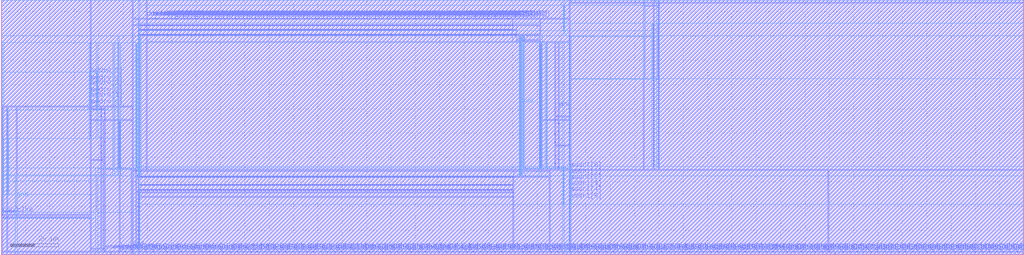
<source format=lef>
VERSION 5.4 ;
NAMESCASESENSITIVE ON ;
BUSBITCHARS "[]" ;
DIVIDERCHAR "/" ;
UNITS
  DATABASE MICRONS 2000 ;
END UNITS
MACRO freepdk45_sram_1w1r_34x128_32
   CLASS BLOCK ;
   SIZE 419.695 BY 104.895 ;
   SYMMETRY X Y R90 ;
   PIN din0[0]
      DIRECTION INPUT ;
      PORT
         LAYER metal3 ;
         RECT  53.83 1.105 53.965 1.24 ;
      END
   END din0[0]
   PIN din0[1]
      DIRECTION INPUT ;
      PORT
         LAYER metal3 ;
         RECT  56.69 1.105 56.825 1.24 ;
      END
   END din0[1]
   PIN din0[2]
      DIRECTION INPUT ;
      PORT
         LAYER metal3 ;
         RECT  59.55 1.105 59.685 1.24 ;
      END
   END din0[2]
   PIN din0[3]
      DIRECTION INPUT ;
      PORT
         LAYER metal3 ;
         RECT  62.41 1.105 62.545 1.24 ;
      END
   END din0[3]
   PIN din0[4]
      DIRECTION INPUT ;
      PORT
         LAYER metal3 ;
         RECT  65.27 1.105 65.405 1.24 ;
      END
   END din0[4]
   PIN din0[5]
      DIRECTION INPUT ;
      PORT
         LAYER metal3 ;
         RECT  68.13 1.105 68.265 1.24 ;
      END
   END din0[5]
   PIN din0[6]
      DIRECTION INPUT ;
      PORT
         LAYER metal3 ;
         RECT  70.99 1.105 71.125 1.24 ;
      END
   END din0[6]
   PIN din0[7]
      DIRECTION INPUT ;
      PORT
         LAYER metal3 ;
         RECT  73.85 1.105 73.985 1.24 ;
      END
   END din0[7]
   PIN din0[8]
      DIRECTION INPUT ;
      PORT
         LAYER metal3 ;
         RECT  76.71 1.105 76.845 1.24 ;
      END
   END din0[8]
   PIN din0[9]
      DIRECTION INPUT ;
      PORT
         LAYER metal3 ;
         RECT  79.57 1.105 79.705 1.24 ;
      END
   END din0[9]
   PIN din0[10]
      DIRECTION INPUT ;
      PORT
         LAYER metal3 ;
         RECT  82.43 1.105 82.565 1.24 ;
      END
   END din0[10]
   PIN din0[11]
      DIRECTION INPUT ;
      PORT
         LAYER metal3 ;
         RECT  85.29 1.105 85.425 1.24 ;
      END
   END din0[11]
   PIN din0[12]
      DIRECTION INPUT ;
      PORT
         LAYER metal3 ;
         RECT  88.15 1.105 88.285 1.24 ;
      END
   END din0[12]
   PIN din0[13]
      DIRECTION INPUT ;
      PORT
         LAYER metal3 ;
         RECT  91.01 1.105 91.145 1.24 ;
      END
   END din0[13]
   PIN din0[14]
      DIRECTION INPUT ;
      PORT
         LAYER metal3 ;
         RECT  93.87 1.105 94.005 1.24 ;
      END
   END din0[14]
   PIN din0[15]
      DIRECTION INPUT ;
      PORT
         LAYER metal3 ;
         RECT  96.73 1.105 96.865 1.24 ;
      END
   END din0[15]
   PIN din0[16]
      DIRECTION INPUT ;
      PORT
         LAYER metal3 ;
         RECT  99.59 1.105 99.725 1.24 ;
      END
   END din0[16]
   PIN din0[17]
      DIRECTION INPUT ;
      PORT
         LAYER metal3 ;
         RECT  102.45 1.105 102.585 1.24 ;
      END
   END din0[17]
   PIN din0[18]
      DIRECTION INPUT ;
      PORT
         LAYER metal3 ;
         RECT  105.31 1.105 105.445 1.24 ;
      END
   END din0[18]
   PIN din0[19]
      DIRECTION INPUT ;
      PORT
         LAYER metal3 ;
         RECT  108.17 1.105 108.305 1.24 ;
      END
   END din0[19]
   PIN din0[20]
      DIRECTION INPUT ;
      PORT
         LAYER metal3 ;
         RECT  111.03 1.105 111.165 1.24 ;
      END
   END din0[20]
   PIN din0[21]
      DIRECTION INPUT ;
      PORT
         LAYER metal3 ;
         RECT  113.89 1.105 114.025 1.24 ;
      END
   END din0[21]
   PIN din0[22]
      DIRECTION INPUT ;
      PORT
         LAYER metal3 ;
         RECT  116.75 1.105 116.885 1.24 ;
      END
   END din0[22]
   PIN din0[23]
      DIRECTION INPUT ;
      PORT
         LAYER metal3 ;
         RECT  119.61 1.105 119.745 1.24 ;
      END
   END din0[23]
   PIN din0[24]
      DIRECTION INPUT ;
      PORT
         LAYER metal3 ;
         RECT  122.47 1.105 122.605 1.24 ;
      END
   END din0[24]
   PIN din0[25]
      DIRECTION INPUT ;
      PORT
         LAYER metal3 ;
         RECT  125.33 1.105 125.465 1.24 ;
      END
   END din0[25]
   PIN din0[26]
      DIRECTION INPUT ;
      PORT
         LAYER metal3 ;
         RECT  128.19 1.105 128.325 1.24 ;
      END
   END din0[26]
   PIN din0[27]
      DIRECTION INPUT ;
      PORT
         LAYER metal3 ;
         RECT  131.05 1.105 131.185 1.24 ;
      END
   END din0[27]
   PIN din0[28]
      DIRECTION INPUT ;
      PORT
         LAYER metal3 ;
         RECT  133.91 1.105 134.045 1.24 ;
      END
   END din0[28]
   PIN din0[29]
      DIRECTION INPUT ;
      PORT
         LAYER metal3 ;
         RECT  136.77 1.105 136.905 1.24 ;
      END
   END din0[29]
   PIN din0[30]
      DIRECTION INPUT ;
      PORT
         LAYER metal3 ;
         RECT  139.63 1.105 139.765 1.24 ;
      END
   END din0[30]
   PIN din0[31]
      DIRECTION INPUT ;
      PORT
         LAYER metal3 ;
         RECT  142.49 1.105 142.625 1.24 ;
      END
   END din0[31]
   PIN din0[32]
      DIRECTION INPUT ;
      PORT
         LAYER metal3 ;
         RECT  145.35 1.105 145.485 1.24 ;
      END
   END din0[32]
   PIN din0[33]
      DIRECTION INPUT ;
      PORT
         LAYER metal3 ;
         RECT  148.21 1.105 148.345 1.24 ;
      END
   END din0[33]
   PIN din0[34]
      DIRECTION INPUT ;
      PORT
         LAYER metal3 ;
         RECT  151.07 1.105 151.205 1.24 ;
      END
   END din0[34]
   PIN din0[35]
      DIRECTION INPUT ;
      PORT
         LAYER metal3 ;
         RECT  153.93 1.105 154.065 1.24 ;
      END
   END din0[35]
   PIN din0[36]
      DIRECTION INPUT ;
      PORT
         LAYER metal3 ;
         RECT  156.79 1.105 156.925 1.24 ;
      END
   END din0[36]
   PIN din0[37]
      DIRECTION INPUT ;
      PORT
         LAYER metal3 ;
         RECT  159.65 1.105 159.785 1.24 ;
      END
   END din0[37]
   PIN din0[38]
      DIRECTION INPUT ;
      PORT
         LAYER metal3 ;
         RECT  162.51 1.105 162.645 1.24 ;
      END
   END din0[38]
   PIN din0[39]
      DIRECTION INPUT ;
      PORT
         LAYER metal3 ;
         RECT  165.37 1.105 165.505 1.24 ;
      END
   END din0[39]
   PIN din0[40]
      DIRECTION INPUT ;
      PORT
         LAYER metal3 ;
         RECT  168.23 1.105 168.365 1.24 ;
      END
   END din0[40]
   PIN din0[41]
      DIRECTION INPUT ;
      PORT
         LAYER metal3 ;
         RECT  171.09 1.105 171.225 1.24 ;
      END
   END din0[41]
   PIN din0[42]
      DIRECTION INPUT ;
      PORT
         LAYER metal3 ;
         RECT  173.95 1.105 174.085 1.24 ;
      END
   END din0[42]
   PIN din0[43]
      DIRECTION INPUT ;
      PORT
         LAYER metal3 ;
         RECT  176.81 1.105 176.945 1.24 ;
      END
   END din0[43]
   PIN din0[44]
      DIRECTION INPUT ;
      PORT
         LAYER metal3 ;
         RECT  179.67 1.105 179.805 1.24 ;
      END
   END din0[44]
   PIN din0[45]
      DIRECTION INPUT ;
      PORT
         LAYER metal3 ;
         RECT  182.53 1.105 182.665 1.24 ;
      END
   END din0[45]
   PIN din0[46]
      DIRECTION INPUT ;
      PORT
         LAYER metal3 ;
         RECT  185.39 1.105 185.525 1.24 ;
      END
   END din0[46]
   PIN din0[47]
      DIRECTION INPUT ;
      PORT
         LAYER metal3 ;
         RECT  188.25 1.105 188.385 1.24 ;
      END
   END din0[47]
   PIN din0[48]
      DIRECTION INPUT ;
      PORT
         LAYER metal3 ;
         RECT  191.11 1.105 191.245 1.24 ;
      END
   END din0[48]
   PIN din0[49]
      DIRECTION INPUT ;
      PORT
         LAYER metal3 ;
         RECT  193.97 1.105 194.105 1.24 ;
      END
   END din0[49]
   PIN din0[50]
      DIRECTION INPUT ;
      PORT
         LAYER metal3 ;
         RECT  196.83 1.105 196.965 1.24 ;
      END
   END din0[50]
   PIN din0[51]
      DIRECTION INPUT ;
      PORT
         LAYER metal3 ;
         RECT  199.69 1.105 199.825 1.24 ;
      END
   END din0[51]
   PIN din0[52]
      DIRECTION INPUT ;
      PORT
         LAYER metal3 ;
         RECT  202.55 1.105 202.685 1.24 ;
      END
   END din0[52]
   PIN din0[53]
      DIRECTION INPUT ;
      PORT
         LAYER metal3 ;
         RECT  205.41 1.105 205.545 1.24 ;
      END
   END din0[53]
   PIN din0[54]
      DIRECTION INPUT ;
      PORT
         LAYER metal3 ;
         RECT  208.27 1.105 208.405 1.24 ;
      END
   END din0[54]
   PIN din0[55]
      DIRECTION INPUT ;
      PORT
         LAYER metal3 ;
         RECT  211.13 1.105 211.265 1.24 ;
      END
   END din0[55]
   PIN din0[56]
      DIRECTION INPUT ;
      PORT
         LAYER metal3 ;
         RECT  213.99 1.105 214.125 1.24 ;
      END
   END din0[56]
   PIN din0[57]
      DIRECTION INPUT ;
      PORT
         LAYER metal3 ;
         RECT  216.85 1.105 216.985 1.24 ;
      END
   END din0[57]
   PIN din0[58]
      DIRECTION INPUT ;
      PORT
         LAYER metal3 ;
         RECT  219.71 1.105 219.845 1.24 ;
      END
   END din0[58]
   PIN din0[59]
      DIRECTION INPUT ;
      PORT
         LAYER metal3 ;
         RECT  222.57 1.105 222.705 1.24 ;
      END
   END din0[59]
   PIN din0[60]
      DIRECTION INPUT ;
      PORT
         LAYER metal3 ;
         RECT  225.43 1.105 225.565 1.24 ;
      END
   END din0[60]
   PIN din0[61]
      DIRECTION INPUT ;
      PORT
         LAYER metal3 ;
         RECT  228.29 1.105 228.425 1.24 ;
      END
   END din0[61]
   PIN din0[62]
      DIRECTION INPUT ;
      PORT
         LAYER metal3 ;
         RECT  231.15 1.105 231.285 1.24 ;
      END
   END din0[62]
   PIN din0[63]
      DIRECTION INPUT ;
      PORT
         LAYER metal3 ;
         RECT  234.01 1.105 234.145 1.24 ;
      END
   END din0[63]
   PIN din0[64]
      DIRECTION INPUT ;
      PORT
         LAYER metal3 ;
         RECT  236.87 1.105 237.005 1.24 ;
      END
   END din0[64]
   PIN din0[65]
      DIRECTION INPUT ;
      PORT
         LAYER metal3 ;
         RECT  239.73 1.105 239.865 1.24 ;
      END
   END din0[65]
   PIN din0[66]
      DIRECTION INPUT ;
      PORT
         LAYER metal3 ;
         RECT  242.59 1.105 242.725 1.24 ;
      END
   END din0[66]
   PIN din0[67]
      DIRECTION INPUT ;
      PORT
         LAYER metal3 ;
         RECT  245.45 1.105 245.585 1.24 ;
      END
   END din0[67]
   PIN din0[68]
      DIRECTION INPUT ;
      PORT
         LAYER metal3 ;
         RECT  248.31 1.105 248.445 1.24 ;
      END
   END din0[68]
   PIN din0[69]
      DIRECTION INPUT ;
      PORT
         LAYER metal3 ;
         RECT  251.17 1.105 251.305 1.24 ;
      END
   END din0[69]
   PIN din0[70]
      DIRECTION INPUT ;
      PORT
         LAYER metal3 ;
         RECT  254.03 1.105 254.165 1.24 ;
      END
   END din0[70]
   PIN din0[71]
      DIRECTION INPUT ;
      PORT
         LAYER metal3 ;
         RECT  256.89 1.105 257.025 1.24 ;
      END
   END din0[71]
   PIN din0[72]
      DIRECTION INPUT ;
      PORT
         LAYER metal3 ;
         RECT  259.75 1.105 259.885 1.24 ;
      END
   END din0[72]
   PIN din0[73]
      DIRECTION INPUT ;
      PORT
         LAYER metal3 ;
         RECT  262.61 1.105 262.745 1.24 ;
      END
   END din0[73]
   PIN din0[74]
      DIRECTION INPUT ;
      PORT
         LAYER metal3 ;
         RECT  265.47 1.105 265.605 1.24 ;
      END
   END din0[74]
   PIN din0[75]
      DIRECTION INPUT ;
      PORT
         LAYER metal3 ;
         RECT  268.33 1.105 268.465 1.24 ;
      END
   END din0[75]
   PIN din0[76]
      DIRECTION INPUT ;
      PORT
         LAYER metal3 ;
         RECT  271.19 1.105 271.325 1.24 ;
      END
   END din0[76]
   PIN din0[77]
      DIRECTION INPUT ;
      PORT
         LAYER metal3 ;
         RECT  274.05 1.105 274.185 1.24 ;
      END
   END din0[77]
   PIN din0[78]
      DIRECTION INPUT ;
      PORT
         LAYER metal3 ;
         RECT  276.91 1.105 277.045 1.24 ;
      END
   END din0[78]
   PIN din0[79]
      DIRECTION INPUT ;
      PORT
         LAYER metal3 ;
         RECT  279.77 1.105 279.905 1.24 ;
      END
   END din0[79]
   PIN din0[80]
      DIRECTION INPUT ;
      PORT
         LAYER metal3 ;
         RECT  282.63 1.105 282.765 1.24 ;
      END
   END din0[80]
   PIN din0[81]
      DIRECTION INPUT ;
      PORT
         LAYER metal3 ;
         RECT  285.49 1.105 285.625 1.24 ;
      END
   END din0[81]
   PIN din0[82]
      DIRECTION INPUT ;
      PORT
         LAYER metal3 ;
         RECT  288.35 1.105 288.485 1.24 ;
      END
   END din0[82]
   PIN din0[83]
      DIRECTION INPUT ;
      PORT
         LAYER metal3 ;
         RECT  291.21 1.105 291.345 1.24 ;
      END
   END din0[83]
   PIN din0[84]
      DIRECTION INPUT ;
      PORT
         LAYER metal3 ;
         RECT  294.07 1.105 294.205 1.24 ;
      END
   END din0[84]
   PIN din0[85]
      DIRECTION INPUT ;
      PORT
         LAYER metal3 ;
         RECT  296.93 1.105 297.065 1.24 ;
      END
   END din0[85]
   PIN din0[86]
      DIRECTION INPUT ;
      PORT
         LAYER metal3 ;
         RECT  299.79 1.105 299.925 1.24 ;
      END
   END din0[86]
   PIN din0[87]
      DIRECTION INPUT ;
      PORT
         LAYER metal3 ;
         RECT  302.65 1.105 302.785 1.24 ;
      END
   END din0[87]
   PIN din0[88]
      DIRECTION INPUT ;
      PORT
         LAYER metal3 ;
         RECT  305.51 1.105 305.645 1.24 ;
      END
   END din0[88]
   PIN din0[89]
      DIRECTION INPUT ;
      PORT
         LAYER metal3 ;
         RECT  308.37 1.105 308.505 1.24 ;
      END
   END din0[89]
   PIN din0[90]
      DIRECTION INPUT ;
      PORT
         LAYER metal3 ;
         RECT  311.23 1.105 311.365 1.24 ;
      END
   END din0[90]
   PIN din0[91]
      DIRECTION INPUT ;
      PORT
         LAYER metal3 ;
         RECT  314.09 1.105 314.225 1.24 ;
      END
   END din0[91]
   PIN din0[92]
      DIRECTION INPUT ;
      PORT
         LAYER metal3 ;
         RECT  316.95 1.105 317.085 1.24 ;
      END
   END din0[92]
   PIN din0[93]
      DIRECTION INPUT ;
      PORT
         LAYER metal3 ;
         RECT  319.81 1.105 319.945 1.24 ;
      END
   END din0[93]
   PIN din0[94]
      DIRECTION INPUT ;
      PORT
         LAYER metal3 ;
         RECT  322.67 1.105 322.805 1.24 ;
      END
   END din0[94]
   PIN din0[95]
      DIRECTION INPUT ;
      PORT
         LAYER metal3 ;
         RECT  325.53 1.105 325.665 1.24 ;
      END
   END din0[95]
   PIN din0[96]
      DIRECTION INPUT ;
      PORT
         LAYER metal3 ;
         RECT  328.39 1.105 328.525 1.24 ;
      END
   END din0[96]
   PIN din0[97]
      DIRECTION INPUT ;
      PORT
         LAYER metal3 ;
         RECT  331.25 1.105 331.385 1.24 ;
      END
   END din0[97]
   PIN din0[98]
      DIRECTION INPUT ;
      PORT
         LAYER metal3 ;
         RECT  334.11 1.105 334.245 1.24 ;
      END
   END din0[98]
   PIN din0[99]
      DIRECTION INPUT ;
      PORT
         LAYER metal3 ;
         RECT  336.97 1.105 337.105 1.24 ;
      END
   END din0[99]
   PIN din0[100]
      DIRECTION INPUT ;
      PORT
         LAYER metal3 ;
         RECT  339.83 1.105 339.965 1.24 ;
      END
   END din0[100]
   PIN din0[101]
      DIRECTION INPUT ;
      PORT
         LAYER metal3 ;
         RECT  342.69 1.105 342.825 1.24 ;
      END
   END din0[101]
   PIN din0[102]
      DIRECTION INPUT ;
      PORT
         LAYER metal3 ;
         RECT  345.55 1.105 345.685 1.24 ;
      END
   END din0[102]
   PIN din0[103]
      DIRECTION INPUT ;
      PORT
         LAYER metal3 ;
         RECT  348.41 1.105 348.545 1.24 ;
      END
   END din0[103]
   PIN din0[104]
      DIRECTION INPUT ;
      PORT
         LAYER metal3 ;
         RECT  351.27 1.105 351.405 1.24 ;
      END
   END din0[104]
   PIN din0[105]
      DIRECTION INPUT ;
      PORT
         LAYER metal3 ;
         RECT  354.13 1.105 354.265 1.24 ;
      END
   END din0[105]
   PIN din0[106]
      DIRECTION INPUT ;
      PORT
         LAYER metal3 ;
         RECT  356.99 1.105 357.125 1.24 ;
      END
   END din0[106]
   PIN din0[107]
      DIRECTION INPUT ;
      PORT
         LAYER metal3 ;
         RECT  359.85 1.105 359.985 1.24 ;
      END
   END din0[107]
   PIN din0[108]
      DIRECTION INPUT ;
      PORT
         LAYER metal3 ;
         RECT  362.71 1.105 362.845 1.24 ;
      END
   END din0[108]
   PIN din0[109]
      DIRECTION INPUT ;
      PORT
         LAYER metal3 ;
         RECT  365.57 1.105 365.705 1.24 ;
      END
   END din0[109]
   PIN din0[110]
      DIRECTION INPUT ;
      PORT
         LAYER metal3 ;
         RECT  368.43 1.105 368.565 1.24 ;
      END
   END din0[110]
   PIN din0[111]
      DIRECTION INPUT ;
      PORT
         LAYER metal3 ;
         RECT  371.29 1.105 371.425 1.24 ;
      END
   END din0[111]
   PIN din0[112]
      DIRECTION INPUT ;
      PORT
         LAYER metal3 ;
         RECT  374.15 1.105 374.285 1.24 ;
      END
   END din0[112]
   PIN din0[113]
      DIRECTION INPUT ;
      PORT
         LAYER metal3 ;
         RECT  377.01 1.105 377.145 1.24 ;
      END
   END din0[113]
   PIN din0[114]
      DIRECTION INPUT ;
      PORT
         LAYER metal3 ;
         RECT  379.87 1.105 380.005 1.24 ;
      END
   END din0[114]
   PIN din0[115]
      DIRECTION INPUT ;
      PORT
         LAYER metal3 ;
         RECT  382.73 1.105 382.865 1.24 ;
      END
   END din0[115]
   PIN din0[116]
      DIRECTION INPUT ;
      PORT
         LAYER metal3 ;
         RECT  385.59 1.105 385.725 1.24 ;
      END
   END din0[116]
   PIN din0[117]
      DIRECTION INPUT ;
      PORT
         LAYER metal3 ;
         RECT  388.45 1.105 388.585 1.24 ;
      END
   END din0[117]
   PIN din0[118]
      DIRECTION INPUT ;
      PORT
         LAYER metal3 ;
         RECT  391.31 1.105 391.445 1.24 ;
      END
   END din0[118]
   PIN din0[119]
      DIRECTION INPUT ;
      PORT
         LAYER metal3 ;
         RECT  394.17 1.105 394.305 1.24 ;
      END
   END din0[119]
   PIN din0[120]
      DIRECTION INPUT ;
      PORT
         LAYER metal3 ;
         RECT  397.03 1.105 397.165 1.24 ;
      END
   END din0[120]
   PIN din0[121]
      DIRECTION INPUT ;
      PORT
         LAYER metal3 ;
         RECT  399.89 1.105 400.025 1.24 ;
      END
   END din0[121]
   PIN din0[122]
      DIRECTION INPUT ;
      PORT
         LAYER metal3 ;
         RECT  402.75 1.105 402.885 1.24 ;
      END
   END din0[122]
   PIN din0[123]
      DIRECTION INPUT ;
      PORT
         LAYER metal3 ;
         RECT  405.61 1.105 405.745 1.24 ;
      END
   END din0[123]
   PIN din0[124]
      DIRECTION INPUT ;
      PORT
         LAYER metal3 ;
         RECT  408.47 1.105 408.605 1.24 ;
      END
   END din0[124]
   PIN din0[125]
      DIRECTION INPUT ;
      PORT
         LAYER metal3 ;
         RECT  411.33 1.105 411.465 1.24 ;
      END
   END din0[125]
   PIN din0[126]
      DIRECTION INPUT ;
      PORT
         LAYER metal3 ;
         RECT  414.19 1.105 414.325 1.24 ;
      END
   END din0[126]
   PIN din0[127]
      DIRECTION INPUT ;
      PORT
         LAYER metal3 ;
         RECT  417.05 1.105 417.185 1.24 ;
      END
   END din0[127]
   PIN addr0[0]
      DIRECTION INPUT ;
      PORT
         LAYER metal3 ;
         RECT  36.67 60.9325 36.805 61.0675 ;
      END
   END addr0[0]
   PIN addr0[1]
      DIRECTION INPUT ;
      PORT
         LAYER metal3 ;
         RECT  36.67 63.6625 36.805 63.7975 ;
      END
   END addr0[1]
   PIN addr0[2]
      DIRECTION INPUT ;
      PORT
         LAYER metal3 ;
         RECT  36.67 65.8725 36.805 66.0075 ;
      END
   END addr0[2]
   PIN addr0[3]
      DIRECTION INPUT ;
      PORT
         LAYER metal3 ;
         RECT  36.67 68.6025 36.805 68.7375 ;
      END
   END addr0[3]
   PIN addr0[4]
      DIRECTION INPUT ;
      PORT
         LAYER metal3 ;
         RECT  36.67 70.8125 36.805 70.9475 ;
      END
   END addr0[4]
   PIN addr0[5]
      DIRECTION INPUT ;
      PORT
         LAYER metal3 ;
         RECT  36.67 73.5425 36.805 73.6775 ;
      END
   END addr0[5]
   PIN addr1[0]
      DIRECTION INPUT ;
      PORT
         LAYER metal3 ;
         RECT  233.35 34.8025 233.485 34.9375 ;
      END
   END addr1[0]
   PIN addr1[1]
      DIRECTION INPUT ;
      PORT
         LAYER metal3 ;
         RECT  233.35 32.0725 233.485 32.2075 ;
      END
   END addr1[1]
   PIN addr1[2]
      DIRECTION INPUT ;
      PORT
         LAYER metal3 ;
         RECT  233.35 29.8625 233.485 29.9975 ;
      END
   END addr1[2]
   PIN addr1[3]
      DIRECTION INPUT ;
      PORT
         LAYER metal3 ;
         RECT  233.35 27.1325 233.485 27.2675 ;
      END
   END addr1[3]
   PIN addr1[4]
      DIRECTION INPUT ;
      PORT
         LAYER metal3 ;
         RECT  233.35 24.9225 233.485 25.0575 ;
      END
   END addr1[4]
   PIN addr1[5]
      DIRECTION INPUT ;
      PORT
         LAYER metal3 ;
         RECT  233.35 22.1925 233.485 22.3275 ;
      END
   END addr1[5]
   PIN csb0
      DIRECTION INPUT ;
      PORT
         LAYER metal3 ;
         RECT  0.285 16.3425 0.42 16.4775 ;
      END
   END csb0
   PIN csb1
      DIRECTION INPUT ;
      PORT
         LAYER metal3 ;
         RECT  269.875 103.6525 270.01 103.7875 ;
      END
   END csb1
   PIN clk0
      DIRECTION INPUT ;
      PORT
         LAYER metal3 ;
         RECT  6.2475 16.4275 6.3825 16.5625 ;
      END
   END clk0
   PIN clk1
      DIRECTION INPUT ;
      PORT
         LAYER metal3 ;
         RECT  263.7725 103.5675 263.9075 103.7025 ;
      END
   END clk1
   PIN wmask0[0]
      DIRECTION INPUT ;
      PORT
         LAYER metal3 ;
         RECT  42.39 1.105 42.525 1.24 ;
      END
   END wmask0[0]
   PIN wmask0[1]
      DIRECTION INPUT ;
      PORT
         LAYER metal3 ;
         RECT  45.25 1.105 45.385 1.24 ;
      END
   END wmask0[1]
   PIN wmask0[2]
      DIRECTION INPUT ;
      PORT
         LAYER metal3 ;
         RECT  48.11 1.105 48.245 1.24 ;
      END
   END wmask0[2]
   PIN wmask0[3]
      DIRECTION INPUT ;
      PORT
         LAYER metal3 ;
         RECT  50.97 1.105 51.105 1.24 ;
      END
   END wmask0[3]
   PIN dout1[0]
      DIRECTION OUTPUT ;
      PORT
         LAYER metal3 ;
         RECT  59.7475 96.9425 59.8825 97.0775 ;
      END
   END dout1[0]
   PIN dout1[1]
      DIRECTION OUTPUT ;
      PORT
         LAYER metal3 ;
         RECT  60.9225 96.9425 61.0575 97.0775 ;
      END
   END dout1[1]
   PIN dout1[2]
      DIRECTION OUTPUT ;
      PORT
         LAYER metal3 ;
         RECT  62.0975 96.9425 62.2325 97.0775 ;
      END
   END dout1[2]
   PIN dout1[3]
      DIRECTION OUTPUT ;
      PORT
         LAYER metal3 ;
         RECT  63.2725 96.9425 63.4075 97.0775 ;
      END
   END dout1[3]
   PIN dout1[4]
      DIRECTION OUTPUT ;
      PORT
         LAYER metal3 ;
         RECT  64.4475 96.9425 64.5825 97.0775 ;
      END
   END dout1[4]
   PIN dout1[5]
      DIRECTION OUTPUT ;
      PORT
         LAYER metal3 ;
         RECT  65.6225 96.9425 65.7575 97.0775 ;
      END
   END dout1[5]
   PIN dout1[6]
      DIRECTION OUTPUT ;
      PORT
         LAYER metal3 ;
         RECT  66.7975 96.9425 66.9325 97.0775 ;
      END
   END dout1[6]
   PIN dout1[7]
      DIRECTION OUTPUT ;
      PORT
         LAYER metal3 ;
         RECT  67.9725 96.9425 68.1075 97.0775 ;
      END
   END dout1[7]
   PIN dout1[8]
      DIRECTION OUTPUT ;
      PORT
         LAYER metal3 ;
         RECT  69.1475 96.9425 69.2825 97.0775 ;
      END
   END dout1[8]
   PIN dout1[9]
      DIRECTION OUTPUT ;
      PORT
         LAYER metal3 ;
         RECT  70.3225 96.9425 70.4575 97.0775 ;
      END
   END dout1[9]
   PIN dout1[10]
      DIRECTION OUTPUT ;
      PORT
         LAYER metal3 ;
         RECT  71.4975 96.9425 71.6325 97.0775 ;
      END
   END dout1[10]
   PIN dout1[11]
      DIRECTION OUTPUT ;
      PORT
         LAYER metal3 ;
         RECT  72.6725 96.9425 72.8075 97.0775 ;
      END
   END dout1[11]
   PIN dout1[12]
      DIRECTION OUTPUT ;
      PORT
         LAYER metal3 ;
         RECT  73.8475 96.9425 73.9825 97.0775 ;
      END
   END dout1[12]
   PIN dout1[13]
      DIRECTION OUTPUT ;
      PORT
         LAYER metal3 ;
         RECT  75.0225 96.9425 75.1575 97.0775 ;
      END
   END dout1[13]
   PIN dout1[14]
      DIRECTION OUTPUT ;
      PORT
         LAYER metal3 ;
         RECT  76.1975 96.9425 76.3325 97.0775 ;
      END
   END dout1[14]
   PIN dout1[15]
      DIRECTION OUTPUT ;
      PORT
         LAYER metal3 ;
         RECT  77.3725 96.9425 77.5075 97.0775 ;
      END
   END dout1[15]
   PIN dout1[16]
      DIRECTION OUTPUT ;
      PORT
         LAYER metal3 ;
         RECT  78.5475 96.9425 78.6825 97.0775 ;
      END
   END dout1[16]
   PIN dout1[17]
      DIRECTION OUTPUT ;
      PORT
         LAYER metal3 ;
         RECT  79.7225 96.9425 79.8575 97.0775 ;
      END
   END dout1[17]
   PIN dout1[18]
      DIRECTION OUTPUT ;
      PORT
         LAYER metal3 ;
         RECT  80.8975 96.9425 81.0325 97.0775 ;
      END
   END dout1[18]
   PIN dout1[19]
      DIRECTION OUTPUT ;
      PORT
         LAYER metal3 ;
         RECT  82.0725 96.9425 82.2075 97.0775 ;
      END
   END dout1[19]
   PIN dout1[20]
      DIRECTION OUTPUT ;
      PORT
         LAYER metal3 ;
         RECT  83.2475 96.9425 83.3825 97.0775 ;
      END
   END dout1[20]
   PIN dout1[21]
      DIRECTION OUTPUT ;
      PORT
         LAYER metal3 ;
         RECT  84.4225 96.9425 84.5575 97.0775 ;
      END
   END dout1[21]
   PIN dout1[22]
      DIRECTION OUTPUT ;
      PORT
         LAYER metal3 ;
         RECT  85.5975 96.9425 85.7325 97.0775 ;
      END
   END dout1[22]
   PIN dout1[23]
      DIRECTION OUTPUT ;
      PORT
         LAYER metal3 ;
         RECT  86.7725 96.9425 86.9075 97.0775 ;
      END
   END dout1[23]
   PIN dout1[24]
      DIRECTION OUTPUT ;
      PORT
         LAYER metal3 ;
         RECT  87.9475 96.9425 88.0825 97.0775 ;
      END
   END dout1[24]
   PIN dout1[25]
      DIRECTION OUTPUT ;
      PORT
         LAYER metal3 ;
         RECT  89.1225 96.9425 89.2575 97.0775 ;
      END
   END dout1[25]
   PIN dout1[26]
      DIRECTION OUTPUT ;
      PORT
         LAYER metal3 ;
         RECT  90.2975 96.9425 90.4325 97.0775 ;
      END
   END dout1[26]
   PIN dout1[27]
      DIRECTION OUTPUT ;
      PORT
         LAYER metal3 ;
         RECT  91.4725 96.9425 91.6075 97.0775 ;
      END
   END dout1[27]
   PIN dout1[28]
      DIRECTION OUTPUT ;
      PORT
         LAYER metal3 ;
         RECT  92.6475 96.9425 92.7825 97.0775 ;
      END
   END dout1[28]
   PIN dout1[29]
      DIRECTION OUTPUT ;
      PORT
         LAYER metal3 ;
         RECT  93.8225 96.9425 93.9575 97.0775 ;
      END
   END dout1[29]
   PIN dout1[30]
      DIRECTION OUTPUT ;
      PORT
         LAYER metal3 ;
         RECT  94.9975 96.9425 95.1325 97.0775 ;
      END
   END dout1[30]
   PIN dout1[31]
      DIRECTION OUTPUT ;
      PORT
         LAYER metal3 ;
         RECT  96.1725 96.9425 96.3075 97.0775 ;
      END
   END dout1[31]
   PIN dout1[32]
      DIRECTION OUTPUT ;
      PORT
         LAYER metal3 ;
         RECT  97.3475 96.9425 97.4825 97.0775 ;
      END
   END dout1[32]
   PIN dout1[33]
      DIRECTION OUTPUT ;
      PORT
         LAYER metal3 ;
         RECT  98.5225 96.9425 98.6575 97.0775 ;
      END
   END dout1[33]
   PIN dout1[34]
      DIRECTION OUTPUT ;
      PORT
         LAYER metal3 ;
         RECT  99.6975 96.9425 99.8325 97.0775 ;
      END
   END dout1[34]
   PIN dout1[35]
      DIRECTION OUTPUT ;
      PORT
         LAYER metal3 ;
         RECT  100.8725 96.9425 101.0075 97.0775 ;
      END
   END dout1[35]
   PIN dout1[36]
      DIRECTION OUTPUT ;
      PORT
         LAYER metal3 ;
         RECT  102.0475 96.9425 102.1825 97.0775 ;
      END
   END dout1[36]
   PIN dout1[37]
      DIRECTION OUTPUT ;
      PORT
         LAYER metal3 ;
         RECT  103.2225 96.9425 103.3575 97.0775 ;
      END
   END dout1[37]
   PIN dout1[38]
      DIRECTION OUTPUT ;
      PORT
         LAYER metal3 ;
         RECT  104.3975 96.9425 104.5325 97.0775 ;
      END
   END dout1[38]
   PIN dout1[39]
      DIRECTION OUTPUT ;
      PORT
         LAYER metal3 ;
         RECT  105.5725 96.9425 105.7075 97.0775 ;
      END
   END dout1[39]
   PIN dout1[40]
      DIRECTION OUTPUT ;
      PORT
         LAYER metal3 ;
         RECT  106.7475 96.9425 106.8825 97.0775 ;
      END
   END dout1[40]
   PIN dout1[41]
      DIRECTION OUTPUT ;
      PORT
         LAYER metal3 ;
         RECT  107.9225 96.9425 108.0575 97.0775 ;
      END
   END dout1[41]
   PIN dout1[42]
      DIRECTION OUTPUT ;
      PORT
         LAYER metal3 ;
         RECT  109.0975 96.9425 109.2325 97.0775 ;
      END
   END dout1[42]
   PIN dout1[43]
      DIRECTION OUTPUT ;
      PORT
         LAYER metal3 ;
         RECT  110.2725 96.9425 110.4075 97.0775 ;
      END
   END dout1[43]
   PIN dout1[44]
      DIRECTION OUTPUT ;
      PORT
         LAYER metal3 ;
         RECT  111.4475 96.9425 111.5825 97.0775 ;
      END
   END dout1[44]
   PIN dout1[45]
      DIRECTION OUTPUT ;
      PORT
         LAYER metal3 ;
         RECT  112.6225 96.9425 112.7575 97.0775 ;
      END
   END dout1[45]
   PIN dout1[46]
      DIRECTION OUTPUT ;
      PORT
         LAYER metal3 ;
         RECT  113.7975 96.9425 113.9325 97.0775 ;
      END
   END dout1[46]
   PIN dout1[47]
      DIRECTION OUTPUT ;
      PORT
         LAYER metal3 ;
         RECT  114.9725 96.9425 115.1075 97.0775 ;
      END
   END dout1[47]
   PIN dout1[48]
      DIRECTION OUTPUT ;
      PORT
         LAYER metal3 ;
         RECT  116.1475 96.9425 116.2825 97.0775 ;
      END
   END dout1[48]
   PIN dout1[49]
      DIRECTION OUTPUT ;
      PORT
         LAYER metal3 ;
         RECT  117.3225 96.9425 117.4575 97.0775 ;
      END
   END dout1[49]
   PIN dout1[50]
      DIRECTION OUTPUT ;
      PORT
         LAYER metal3 ;
         RECT  118.4975 96.9425 118.6325 97.0775 ;
      END
   END dout1[50]
   PIN dout1[51]
      DIRECTION OUTPUT ;
      PORT
         LAYER metal3 ;
         RECT  119.6725 96.9425 119.8075 97.0775 ;
      END
   END dout1[51]
   PIN dout1[52]
      DIRECTION OUTPUT ;
      PORT
         LAYER metal3 ;
         RECT  120.8475 96.9425 120.9825 97.0775 ;
      END
   END dout1[52]
   PIN dout1[53]
      DIRECTION OUTPUT ;
      PORT
         LAYER metal3 ;
         RECT  122.0225 96.9425 122.1575 97.0775 ;
      END
   END dout1[53]
   PIN dout1[54]
      DIRECTION OUTPUT ;
      PORT
         LAYER metal3 ;
         RECT  123.1975 96.9425 123.3325 97.0775 ;
      END
   END dout1[54]
   PIN dout1[55]
      DIRECTION OUTPUT ;
      PORT
         LAYER metal3 ;
         RECT  124.3725 96.9425 124.5075 97.0775 ;
      END
   END dout1[55]
   PIN dout1[56]
      DIRECTION OUTPUT ;
      PORT
         LAYER metal3 ;
         RECT  125.5475 96.9425 125.6825 97.0775 ;
      END
   END dout1[56]
   PIN dout1[57]
      DIRECTION OUTPUT ;
      PORT
         LAYER metal3 ;
         RECT  126.7225 96.9425 126.8575 97.0775 ;
      END
   END dout1[57]
   PIN dout1[58]
      DIRECTION OUTPUT ;
      PORT
         LAYER metal3 ;
         RECT  127.8975 96.9425 128.0325 97.0775 ;
      END
   END dout1[58]
   PIN dout1[59]
      DIRECTION OUTPUT ;
      PORT
         LAYER metal3 ;
         RECT  129.0725 96.9425 129.2075 97.0775 ;
      END
   END dout1[59]
   PIN dout1[60]
      DIRECTION OUTPUT ;
      PORT
         LAYER metal3 ;
         RECT  130.2475 96.9425 130.3825 97.0775 ;
      END
   END dout1[60]
   PIN dout1[61]
      DIRECTION OUTPUT ;
      PORT
         LAYER metal3 ;
         RECT  131.4225 96.9425 131.5575 97.0775 ;
      END
   END dout1[61]
   PIN dout1[62]
      DIRECTION OUTPUT ;
      PORT
         LAYER metal3 ;
         RECT  132.5975 96.9425 132.7325 97.0775 ;
      END
   END dout1[62]
   PIN dout1[63]
      DIRECTION OUTPUT ;
      PORT
         LAYER metal3 ;
         RECT  133.7725 96.9425 133.9075 97.0775 ;
      END
   END dout1[63]
   PIN dout1[64]
      DIRECTION OUTPUT ;
      PORT
         LAYER metal3 ;
         RECT  134.9475 96.9425 135.0825 97.0775 ;
      END
   END dout1[64]
   PIN dout1[65]
      DIRECTION OUTPUT ;
      PORT
         LAYER metal3 ;
         RECT  136.1225 96.9425 136.2575 97.0775 ;
      END
   END dout1[65]
   PIN dout1[66]
      DIRECTION OUTPUT ;
      PORT
         LAYER metal3 ;
         RECT  137.2975 96.9425 137.4325 97.0775 ;
      END
   END dout1[66]
   PIN dout1[67]
      DIRECTION OUTPUT ;
      PORT
         LAYER metal3 ;
         RECT  138.4725 96.9425 138.6075 97.0775 ;
      END
   END dout1[67]
   PIN dout1[68]
      DIRECTION OUTPUT ;
      PORT
         LAYER metal3 ;
         RECT  139.6475 96.9425 139.7825 97.0775 ;
      END
   END dout1[68]
   PIN dout1[69]
      DIRECTION OUTPUT ;
      PORT
         LAYER metal3 ;
         RECT  140.8225 96.9425 140.9575 97.0775 ;
      END
   END dout1[69]
   PIN dout1[70]
      DIRECTION OUTPUT ;
      PORT
         LAYER metal3 ;
         RECT  141.9975 96.9425 142.1325 97.0775 ;
      END
   END dout1[70]
   PIN dout1[71]
      DIRECTION OUTPUT ;
      PORT
         LAYER metal3 ;
         RECT  143.1725 96.9425 143.3075 97.0775 ;
      END
   END dout1[71]
   PIN dout1[72]
      DIRECTION OUTPUT ;
      PORT
         LAYER metal3 ;
         RECT  144.3475 96.9425 144.4825 97.0775 ;
      END
   END dout1[72]
   PIN dout1[73]
      DIRECTION OUTPUT ;
      PORT
         LAYER metal3 ;
         RECT  145.5225 96.9425 145.6575 97.0775 ;
      END
   END dout1[73]
   PIN dout1[74]
      DIRECTION OUTPUT ;
      PORT
         LAYER metal3 ;
         RECT  146.6975 96.9425 146.8325 97.0775 ;
      END
   END dout1[74]
   PIN dout1[75]
      DIRECTION OUTPUT ;
      PORT
         LAYER metal3 ;
         RECT  147.8725 96.9425 148.0075 97.0775 ;
      END
   END dout1[75]
   PIN dout1[76]
      DIRECTION OUTPUT ;
      PORT
         LAYER metal3 ;
         RECT  149.0475 96.9425 149.1825 97.0775 ;
      END
   END dout1[76]
   PIN dout1[77]
      DIRECTION OUTPUT ;
      PORT
         LAYER metal3 ;
         RECT  150.2225 96.9425 150.3575 97.0775 ;
      END
   END dout1[77]
   PIN dout1[78]
      DIRECTION OUTPUT ;
      PORT
         LAYER metal3 ;
         RECT  151.3975 96.9425 151.5325 97.0775 ;
      END
   END dout1[78]
   PIN dout1[79]
      DIRECTION OUTPUT ;
      PORT
         LAYER metal3 ;
         RECT  152.5725 96.9425 152.7075 97.0775 ;
      END
   END dout1[79]
   PIN dout1[80]
      DIRECTION OUTPUT ;
      PORT
         LAYER metal3 ;
         RECT  153.7475 96.9425 153.8825 97.0775 ;
      END
   END dout1[80]
   PIN dout1[81]
      DIRECTION OUTPUT ;
      PORT
         LAYER metal3 ;
         RECT  154.9225 96.9425 155.0575 97.0775 ;
      END
   END dout1[81]
   PIN dout1[82]
      DIRECTION OUTPUT ;
      PORT
         LAYER metal3 ;
         RECT  156.0975 96.9425 156.2325 97.0775 ;
      END
   END dout1[82]
   PIN dout1[83]
      DIRECTION OUTPUT ;
      PORT
         LAYER metal3 ;
         RECT  157.2725 96.9425 157.4075 97.0775 ;
      END
   END dout1[83]
   PIN dout1[84]
      DIRECTION OUTPUT ;
      PORT
         LAYER metal3 ;
         RECT  158.4475 96.9425 158.5825 97.0775 ;
      END
   END dout1[84]
   PIN dout1[85]
      DIRECTION OUTPUT ;
      PORT
         LAYER metal3 ;
         RECT  159.6225 96.9425 159.7575 97.0775 ;
      END
   END dout1[85]
   PIN dout1[86]
      DIRECTION OUTPUT ;
      PORT
         LAYER metal3 ;
         RECT  160.7975 96.9425 160.9325 97.0775 ;
      END
   END dout1[86]
   PIN dout1[87]
      DIRECTION OUTPUT ;
      PORT
         LAYER metal3 ;
         RECT  161.9725 96.9425 162.1075 97.0775 ;
      END
   END dout1[87]
   PIN dout1[88]
      DIRECTION OUTPUT ;
      PORT
         LAYER metal3 ;
         RECT  163.1475 96.9425 163.2825 97.0775 ;
      END
   END dout1[88]
   PIN dout1[89]
      DIRECTION OUTPUT ;
      PORT
         LAYER metal3 ;
         RECT  164.3225 96.9425 164.4575 97.0775 ;
      END
   END dout1[89]
   PIN dout1[90]
      DIRECTION OUTPUT ;
      PORT
         LAYER metal3 ;
         RECT  165.4975 96.9425 165.6325 97.0775 ;
      END
   END dout1[90]
   PIN dout1[91]
      DIRECTION OUTPUT ;
      PORT
         LAYER metal3 ;
         RECT  166.6725 96.9425 166.8075 97.0775 ;
      END
   END dout1[91]
   PIN dout1[92]
      DIRECTION OUTPUT ;
      PORT
         LAYER metal3 ;
         RECT  167.8475 96.9425 167.9825 97.0775 ;
      END
   END dout1[92]
   PIN dout1[93]
      DIRECTION OUTPUT ;
      PORT
         LAYER metal3 ;
         RECT  169.0225 96.9425 169.1575 97.0775 ;
      END
   END dout1[93]
   PIN dout1[94]
      DIRECTION OUTPUT ;
      PORT
         LAYER metal3 ;
         RECT  170.1975 96.9425 170.3325 97.0775 ;
      END
   END dout1[94]
   PIN dout1[95]
      DIRECTION OUTPUT ;
      PORT
         LAYER metal3 ;
         RECT  171.3725 96.9425 171.5075 97.0775 ;
      END
   END dout1[95]
   PIN dout1[96]
      DIRECTION OUTPUT ;
      PORT
         LAYER metal3 ;
         RECT  172.5475 96.9425 172.6825 97.0775 ;
      END
   END dout1[96]
   PIN dout1[97]
      DIRECTION OUTPUT ;
      PORT
         LAYER metal3 ;
         RECT  173.7225 96.9425 173.8575 97.0775 ;
      END
   END dout1[97]
   PIN dout1[98]
      DIRECTION OUTPUT ;
      PORT
         LAYER metal3 ;
         RECT  174.8975 96.9425 175.0325 97.0775 ;
      END
   END dout1[98]
   PIN dout1[99]
      DIRECTION OUTPUT ;
      PORT
         LAYER metal3 ;
         RECT  176.0725 96.9425 176.2075 97.0775 ;
      END
   END dout1[99]
   PIN dout1[100]
      DIRECTION OUTPUT ;
      PORT
         LAYER metal3 ;
         RECT  177.2475 96.9425 177.3825 97.0775 ;
      END
   END dout1[100]
   PIN dout1[101]
      DIRECTION OUTPUT ;
      PORT
         LAYER metal3 ;
         RECT  178.4225 96.9425 178.5575 97.0775 ;
      END
   END dout1[101]
   PIN dout1[102]
      DIRECTION OUTPUT ;
      PORT
         LAYER metal3 ;
         RECT  179.5975 96.9425 179.7325 97.0775 ;
      END
   END dout1[102]
   PIN dout1[103]
      DIRECTION OUTPUT ;
      PORT
         LAYER metal3 ;
         RECT  180.7725 96.9425 180.9075 97.0775 ;
      END
   END dout1[103]
   PIN dout1[104]
      DIRECTION OUTPUT ;
      PORT
         LAYER metal3 ;
         RECT  181.9475 96.9425 182.0825 97.0775 ;
      END
   END dout1[104]
   PIN dout1[105]
      DIRECTION OUTPUT ;
      PORT
         LAYER metal3 ;
         RECT  183.1225 96.9425 183.2575 97.0775 ;
      END
   END dout1[105]
   PIN dout1[106]
      DIRECTION OUTPUT ;
      PORT
         LAYER metal3 ;
         RECT  184.2975 96.9425 184.4325 97.0775 ;
      END
   END dout1[106]
   PIN dout1[107]
      DIRECTION OUTPUT ;
      PORT
         LAYER metal3 ;
         RECT  185.4725 96.9425 185.6075 97.0775 ;
      END
   END dout1[107]
   PIN dout1[108]
      DIRECTION OUTPUT ;
      PORT
         LAYER metal3 ;
         RECT  186.6475 96.9425 186.7825 97.0775 ;
      END
   END dout1[108]
   PIN dout1[109]
      DIRECTION OUTPUT ;
      PORT
         LAYER metal3 ;
         RECT  187.8225 96.9425 187.9575 97.0775 ;
      END
   END dout1[109]
   PIN dout1[110]
      DIRECTION OUTPUT ;
      PORT
         LAYER metal3 ;
         RECT  188.9975 96.9425 189.1325 97.0775 ;
      END
   END dout1[110]
   PIN dout1[111]
      DIRECTION OUTPUT ;
      PORT
         LAYER metal3 ;
         RECT  190.1725 96.9425 190.3075 97.0775 ;
      END
   END dout1[111]
   PIN dout1[112]
      DIRECTION OUTPUT ;
      PORT
         LAYER metal3 ;
         RECT  191.3475 96.9425 191.4825 97.0775 ;
      END
   END dout1[112]
   PIN dout1[113]
      DIRECTION OUTPUT ;
      PORT
         LAYER metal3 ;
         RECT  192.5225 96.9425 192.6575 97.0775 ;
      END
   END dout1[113]
   PIN dout1[114]
      DIRECTION OUTPUT ;
      PORT
         LAYER metal3 ;
         RECT  193.6975 96.9425 193.8325 97.0775 ;
      END
   END dout1[114]
   PIN dout1[115]
      DIRECTION OUTPUT ;
      PORT
         LAYER metal3 ;
         RECT  194.8725 96.9425 195.0075 97.0775 ;
      END
   END dout1[115]
   PIN dout1[116]
      DIRECTION OUTPUT ;
      PORT
         LAYER metal3 ;
         RECT  196.0475 96.9425 196.1825 97.0775 ;
      END
   END dout1[116]
   PIN dout1[117]
      DIRECTION OUTPUT ;
      PORT
         LAYER metal3 ;
         RECT  197.2225 96.9425 197.3575 97.0775 ;
      END
   END dout1[117]
   PIN dout1[118]
      DIRECTION OUTPUT ;
      PORT
         LAYER metal3 ;
         RECT  198.3975 96.9425 198.5325 97.0775 ;
      END
   END dout1[118]
   PIN dout1[119]
      DIRECTION OUTPUT ;
      PORT
         LAYER metal3 ;
         RECT  199.5725 96.9425 199.7075 97.0775 ;
      END
   END dout1[119]
   PIN dout1[120]
      DIRECTION OUTPUT ;
      PORT
         LAYER metal3 ;
         RECT  200.7475 96.9425 200.8825 97.0775 ;
      END
   END dout1[120]
   PIN dout1[121]
      DIRECTION OUTPUT ;
      PORT
         LAYER metal3 ;
         RECT  201.9225 96.9425 202.0575 97.0775 ;
      END
   END dout1[121]
   PIN dout1[122]
      DIRECTION OUTPUT ;
      PORT
         LAYER metal3 ;
         RECT  203.0975 96.9425 203.2325 97.0775 ;
      END
   END dout1[122]
   PIN dout1[123]
      DIRECTION OUTPUT ;
      PORT
         LAYER metal3 ;
         RECT  204.2725 96.9425 204.4075 97.0775 ;
      END
   END dout1[123]
   PIN dout1[124]
      DIRECTION OUTPUT ;
      PORT
         LAYER metal3 ;
         RECT  205.4475 96.9425 205.5825 97.0775 ;
      END
   END dout1[124]
   PIN dout1[125]
      DIRECTION OUTPUT ;
      PORT
         LAYER metal3 ;
         RECT  206.6225 96.9425 206.7575 97.0775 ;
      END
   END dout1[125]
   PIN dout1[126]
      DIRECTION OUTPUT ;
      PORT
         LAYER metal3 ;
         RECT  207.7975 96.9425 207.9325 97.0775 ;
      END
   END dout1[126]
   PIN dout1[127]
      DIRECTION OUTPUT ;
      PORT
         LAYER metal3 ;
         RECT  208.9725 96.9425 209.1075 97.0775 ;
      END
   END dout1[127]
   PIN vdd
      DIRECTION INOUT ;
      USE POWER ; 
      SHAPE ABUTMENT ; 
      PORT
         LAYER metal3 ;
         RECT  339.5475 2.47 339.6825 2.605 ;
         LAYER metal3 ;
         RECT  221.165 87.445 221.3 87.58 ;
         LAYER metal3 ;
         RECT  225.1475 2.47 225.2825 2.605 ;
         LAYER metal4 ;
         RECT  56.495 32.735 56.635 89.795 ;
         LAYER metal4 ;
         RECT  48.04 35.905 48.18 86.945 ;
         LAYER metal3 ;
         RECT  42.4875 55.3425 42.6225 55.4775 ;
         LAYER metal3 ;
         RECT  282.3475 2.47 282.4825 2.605 ;
         LAYER metal4 ;
         RECT  233.63 21.085 233.77 36.045 ;
         LAYER metal3 ;
         RECT  42.4875 40.3925 42.6225 40.5275 ;
         LAYER metal3 ;
         RECT  259.4675 2.47 259.6025 2.605 ;
         LAYER metal3 ;
         RECT  227.3375 55.3425 227.4725 55.4775 ;
         LAYER metal3 ;
         RECT  167.9475 2.47 168.0825 2.605 ;
         LAYER metal3 ;
         RECT  42.4875 46.3725 42.6225 46.5075 ;
         LAYER metal3 ;
         RECT  55.4175 34.4125 55.5525 34.5475 ;
         LAYER metal4 ;
         RECT  214.405 35.905 214.545 86.875 ;
         LAYER metal3 ;
         RECT  99.3075 2.47 99.4425 2.605 ;
         LAYER metal4 ;
         RECT  55.415 35.905 55.555 86.875 ;
         LAYER metal3 ;
         RECT  56.5625 94.3875 209.7775 94.4575 ;
         LAYER metal3 ;
         RECT  267.735 102.2875 267.87 102.4225 ;
         LAYER metal3 ;
         RECT  64.9875 2.47 65.1225 2.605 ;
         LAYER metal3 ;
         RECT  236.5875 2.47 236.7225 2.605 ;
         LAYER metal3 ;
         RECT  293.7875 2.47 293.9225 2.605 ;
         LAYER metal3 ;
         RECT  110.7475 2.47 110.8825 2.605 ;
         LAYER metal3 ;
         RECT  213.7075 2.47 213.8425 2.605 ;
         LAYER metal4 ;
         RECT  221.78 35.905 221.92 86.945 ;
         LAYER metal3 ;
         RECT  328.1075 2.47 328.2425 2.605 ;
         LAYER metal3 ;
         RECT  248.0275 2.47 248.1625 2.605 ;
         LAYER metal3 ;
         RECT  76.4275 2.47 76.5625 2.605 ;
         LAYER metal3 ;
         RECT  350.9875 2.47 351.1225 2.605 ;
         LAYER metal3 ;
         RECT  42.1075 2.47 42.2425 2.605 ;
         LAYER metal3 ;
         RECT  227.3375 37.4025 227.4725 37.5375 ;
         LAYER metal4 ;
         RECT  39.105 17.705 39.245 32.665 ;
         LAYER metal4 ;
         RECT  269.4675 72.645 269.6075 95.0475 ;
         LAYER metal3 ;
         RECT  362.4275 2.47 362.5625 2.605 ;
         LAYER metal4 ;
         RECT  230.91 92.405 231.05 102.425 ;
         LAYER metal3 ;
         RECT  56.5625 90.49 211.4225 90.56 ;
         LAYER metal3 ;
         RECT  202.2675 2.47 202.4025 2.605 ;
         LAYER metal3 ;
         RECT  316.6675 2.47 316.8025 2.605 ;
         LAYER metal3 ;
         RECT  190.8275 2.47 190.9625 2.605 ;
         LAYER metal4 ;
         RECT  0.6875 25.0825 0.8275 47.485 ;
         LAYER metal3 ;
         RECT  179.3875 2.47 179.5225 2.605 ;
         LAYER metal4 ;
         RECT  36.385 59.825 36.525 74.785 ;
         LAYER metal3 ;
         RECT  373.8675 2.47 374.0025 2.605 ;
         LAYER metal3 ;
         RECT  133.6275 2.47 133.7625 2.605 ;
         LAYER metal3 ;
         RECT  145.0675 2.47 145.2025 2.605 ;
         LAYER metal3 ;
         RECT  42.4875 49.3625 42.6225 49.4975 ;
         LAYER metal3 ;
         RECT  408.1875 2.47 408.3225 2.605 ;
         LAYER metal3 ;
         RECT  214.4075 88.2325 214.5425 88.3675 ;
         LAYER metal3 ;
         RECT  56.5625 32.04 210.2475 32.11 ;
         LAYER metal4 ;
         RECT  213.325 32.735 213.465 89.795 ;
         LAYER metal3 ;
         RECT  270.9075 2.47 271.0425 2.605 ;
         LAYER metal3 ;
         RECT  305.2275 2.47 305.3625 2.605 ;
         LAYER metal3 ;
         RECT  122.1875 2.47 122.3225 2.605 ;
         LAYER metal3 ;
         RECT  210.1125 25.6375 210.2475 25.7725 ;
         LAYER metal3 ;
         RECT  42.4875 58.3325 42.6225 58.4675 ;
         LAYER metal3 ;
         RECT  227.3375 46.3725 227.4725 46.5075 ;
         LAYER metal3 ;
         RECT  42.4875 37.4025 42.6225 37.5375 ;
         LAYER metal3 ;
         RECT  87.8675 2.47 88.0025 2.605 ;
         LAYER metal3 ;
         RECT  2.425 17.7075 2.56 17.8425 ;
         LAYER metal3 ;
         RECT  396.7475 2.47 396.8825 2.605 ;
         LAYER metal3 ;
         RECT  48.66 35.2 48.795 35.335 ;
         LAYER metal3 ;
         RECT  227.3375 40.3925 227.4725 40.5275 ;
         LAYER metal3 ;
         RECT  156.5075 2.47 156.6425 2.605 ;
         LAYER metal3 ;
         RECT  56.4275 25.6375 56.5625 25.7725 ;
         LAYER metal3 ;
         RECT  227.3375 58.3325 227.4725 58.4675 ;
         LAYER metal3 ;
         RECT  385.3075 2.47 385.4425 2.605 ;
         LAYER metal3 ;
         RECT  56.5625 26.605 209.7775 26.675 ;
         LAYER metal3 ;
         RECT  227.3375 49.3625 227.4725 49.4975 ;
         LAYER metal3 ;
         RECT  53.5475 2.47 53.6825 2.605 ;
      END
   END vdd
   PIN gnd
      DIRECTION INOUT ;
      USE GROUND ; 
      SHAPE ABUTMENT ; 
      PORT
         LAYER metal3 ;
         RECT  228.865 44.8775 229.0 45.0125 ;
         LAYER metal3 ;
         RECT  44.9675 0.0 45.1025 0.135 ;
         LAYER metal3 ;
         RECT  40.96 38.8975 41.095 39.0325 ;
         LAYER metal3 ;
         RECT  342.4075 0.0 342.5425 0.135 ;
         LAYER metal3 ;
         RECT  170.8075 0.0 170.9425 0.135 ;
         LAYER metal3 ;
         RECT  228.0075 0.0 228.1425 0.135 ;
         LAYER metal4 ;
         RECT  46.105 35.8725 46.245 86.945 ;
         LAYER metal3 ;
         RECT  250.8875 0.0 251.0225 0.135 ;
         LAYER metal4 ;
         RECT  39.245 59.76 39.385 74.85 ;
         LAYER metal3 ;
         RECT  273.7675 0.0 273.9025 0.135 ;
         LAYER metal3 ;
         RECT  147.9275 0.0 148.0625 0.135 ;
         LAYER metal3 ;
         RECT  113.6075 0.0 113.7425 0.135 ;
         LAYER metal4 ;
         RECT  212.865 32.735 213.005 89.795 ;
         LAYER metal3 ;
         RECT  40.96 47.8675 41.095 48.0025 ;
         LAYER metal3 ;
         RECT  56.4275 23.8175 56.5625 23.9525 ;
         LAYER metal4 ;
         RECT  2.75 25.115 2.89 47.5175 ;
         LAYER metal3 ;
         RECT  79.2875 0.0 79.4225 0.135 ;
         LAYER metal3 ;
         RECT  228.865 41.8875 229.0 42.0225 ;
         LAYER metal3 ;
         RECT  40.96 44.8775 41.095 45.0125 ;
         LAYER metal3 ;
         RECT  90.7275 0.0 90.8625 0.135 ;
         LAYER metal3 ;
         RECT  365.2875 0.0 365.4225 0.135 ;
         LAYER metal3 ;
         RECT  228.865 38.8975 229.0 39.0325 ;
         LAYER metal3 ;
         RECT  308.0875 0.0 308.2225 0.135 ;
         LAYER metal4 ;
         RECT  263.91 89.935 264.05 104.895 ;
         LAYER metal3 ;
         RECT  353.8475 0.0 353.9825 0.135 ;
         LAYER metal4 ;
         RECT  56.955 32.735 57.095 89.795 ;
         LAYER metal4 ;
         RECT  267.405 72.6125 267.545 95.015 ;
         LAYER metal3 ;
         RECT  40.96 35.9075 41.095 36.0425 ;
         LAYER metal3 ;
         RECT  159.3675 0.0 159.5025 0.135 ;
         LAYER metal3 ;
         RECT  388.1675 0.0 388.3025 0.135 ;
         LAYER metal3 ;
         RECT  56.5625 92.495 209.8125 92.565 ;
         LAYER metal3 ;
         RECT  40.96 59.8275 41.095 59.9625 ;
         LAYER metal3 ;
         RECT  267.735 104.7575 267.87 104.8925 ;
         LAYER metal3 ;
         RECT  376.7275 0.0 376.8625 0.135 ;
         LAYER metal3 ;
         RECT  182.2475 0.0 182.3825 0.135 ;
         LAYER metal3 ;
         RECT  40.96 53.8475 41.095 53.9825 ;
         LAYER metal3 ;
         RECT  228.865 56.8375 229.0 56.9725 ;
         LAYER metal4 ;
         RECT  48.6 35.8725 48.74 86.9075 ;
         LAYER metal3 ;
         RECT  239.4475 0.0 239.5825 0.135 ;
         LAYER metal3 ;
         RECT  125.0475 0.0 125.1825 0.135 ;
         LAYER metal3 ;
         RECT  136.4875 0.0 136.6225 0.135 ;
         LAYER metal3 ;
         RECT  205.1275 0.0 205.2625 0.135 ;
         LAYER metal3 ;
         RECT  67.8475 0.0 67.9825 0.135 ;
         LAYER metal3 ;
         RECT  40.96 50.8575 41.095 50.9925 ;
         LAYER metal3 ;
         RECT  56.5625 28.655 209.7775 28.725 ;
         LAYER metal3 ;
         RECT  399.6075 0.0 399.7425 0.135 ;
         LAYER metal3 ;
         RECT  210.1125 23.8175 210.2475 23.9525 ;
         LAYER metal3 ;
         RECT  2.425 15.2375 2.56 15.3725 ;
         LAYER metal3 ;
         RECT  40.96 41.8875 41.095 42.0225 ;
         LAYER metal3 ;
         RECT  56.4075 0.0 56.5425 0.135 ;
         LAYER metal3 ;
         RECT  330.9675 0.0 331.1025 0.135 ;
         LAYER metal3 ;
         RECT  411.0475 0.0 411.1825 0.135 ;
         LAYER metal3 ;
         RECT  228.865 47.8675 229.0 48.0025 ;
         LAYER metal3 ;
         RECT  262.3275 0.0 262.4625 0.135 ;
         LAYER metal3 ;
         RECT  40.96 56.8375 41.095 56.9725 ;
         LAYER metal4 ;
         RECT  221.22 35.8725 221.36 86.9075 ;
         LAYER metal3 ;
         RECT  193.6875 0.0 193.8225 0.135 ;
         LAYER metal4 ;
         RECT  223.715 35.8725 223.855 86.945 ;
         LAYER metal4 ;
         RECT  230.77 21.02 230.91 36.11 ;
         LAYER metal3 ;
         RECT  228.865 35.9075 229.0 36.0425 ;
         LAYER metal3 ;
         RECT  296.6475 0.0 296.7825 0.135 ;
         LAYER metal3 ;
         RECT  216.5675 0.0 216.7025 0.135 ;
         LAYER metal3 ;
         RECT  228.865 53.8475 229.0 53.9825 ;
         LAYER metal3 ;
         RECT  285.2075 0.0 285.3425 0.135 ;
         LAYER metal3 ;
         RECT  319.5275 0.0 319.6625 0.135 ;
         LAYER metal3 ;
         RECT  102.1675 0.0 102.3025 0.135 ;
         LAYER metal3 ;
         RECT  228.865 50.8575 229.0 50.9925 ;
         LAYER metal3 ;
         RECT  228.865 59.8275 229.0 59.9625 ;
         LAYER metal4 ;
         RECT  6.105 15.235 6.245 30.195 ;
      END
   END gnd
   OBS
   LAYER  metal1 ;
      RECT  0.14 0.14 419.555 104.755 ;
   LAYER  metal2 ;
      RECT  0.14 0.14 419.555 104.755 ;
   LAYER  metal3 ;
      RECT  53.69 0.14 54.105 0.965 ;
      RECT  54.105 0.965 56.55 1.38 ;
      RECT  56.965 0.965 59.41 1.38 ;
      RECT  59.825 0.965 62.27 1.38 ;
      RECT  62.685 0.965 65.13 1.38 ;
      RECT  65.545 0.965 67.99 1.38 ;
      RECT  68.405 0.965 70.85 1.38 ;
      RECT  71.265 0.965 73.71 1.38 ;
      RECT  74.125 0.965 76.57 1.38 ;
      RECT  76.985 0.965 79.43 1.38 ;
      RECT  79.845 0.965 82.29 1.38 ;
      RECT  82.705 0.965 85.15 1.38 ;
      RECT  85.565 0.965 88.01 1.38 ;
      RECT  88.425 0.965 90.87 1.38 ;
      RECT  91.285 0.965 93.73 1.38 ;
      RECT  94.145 0.965 96.59 1.38 ;
      RECT  97.005 0.965 99.45 1.38 ;
      RECT  99.865 0.965 102.31 1.38 ;
      RECT  102.725 0.965 105.17 1.38 ;
      RECT  105.585 0.965 108.03 1.38 ;
      RECT  108.445 0.965 110.89 1.38 ;
      RECT  111.305 0.965 113.75 1.38 ;
      RECT  114.165 0.965 116.61 1.38 ;
      RECT  117.025 0.965 119.47 1.38 ;
      RECT  119.885 0.965 122.33 1.38 ;
      RECT  122.745 0.965 125.19 1.38 ;
      RECT  125.605 0.965 128.05 1.38 ;
      RECT  128.465 0.965 130.91 1.38 ;
      RECT  131.325 0.965 133.77 1.38 ;
      RECT  134.185 0.965 136.63 1.38 ;
      RECT  137.045 0.965 139.49 1.38 ;
      RECT  139.905 0.965 142.35 1.38 ;
      RECT  142.765 0.965 145.21 1.38 ;
      RECT  145.625 0.965 148.07 1.38 ;
      RECT  148.485 0.965 150.93 1.38 ;
      RECT  151.345 0.965 153.79 1.38 ;
      RECT  154.205 0.965 156.65 1.38 ;
      RECT  157.065 0.965 159.51 1.38 ;
      RECT  159.925 0.965 162.37 1.38 ;
      RECT  162.785 0.965 165.23 1.38 ;
      RECT  165.645 0.965 168.09 1.38 ;
      RECT  168.505 0.965 170.95 1.38 ;
      RECT  171.365 0.965 173.81 1.38 ;
      RECT  174.225 0.965 176.67 1.38 ;
      RECT  177.085 0.965 179.53 1.38 ;
      RECT  179.945 0.965 182.39 1.38 ;
      RECT  182.805 0.965 185.25 1.38 ;
      RECT  185.665 0.965 188.11 1.38 ;
      RECT  188.525 0.965 190.97 1.38 ;
      RECT  191.385 0.965 193.83 1.38 ;
      RECT  194.245 0.965 196.69 1.38 ;
      RECT  197.105 0.965 199.55 1.38 ;
      RECT  199.965 0.965 202.41 1.38 ;
      RECT  202.825 0.965 205.27 1.38 ;
      RECT  205.685 0.965 208.13 1.38 ;
      RECT  208.545 0.965 210.99 1.38 ;
      RECT  211.405 0.965 213.85 1.38 ;
      RECT  214.265 0.965 216.71 1.38 ;
      RECT  217.125 0.965 219.57 1.38 ;
      RECT  219.985 0.965 222.43 1.38 ;
      RECT  222.845 0.965 225.29 1.38 ;
      RECT  225.705 0.965 228.15 1.38 ;
      RECT  228.565 0.965 231.01 1.38 ;
      RECT  231.425 0.965 233.87 1.38 ;
      RECT  234.285 0.965 236.73 1.38 ;
      RECT  237.145 0.965 239.59 1.38 ;
      RECT  240.005 0.965 242.45 1.38 ;
      RECT  242.865 0.965 245.31 1.38 ;
      RECT  245.725 0.965 248.17 1.38 ;
      RECT  248.585 0.965 251.03 1.38 ;
      RECT  251.445 0.965 253.89 1.38 ;
      RECT  254.305 0.965 256.75 1.38 ;
      RECT  257.165 0.965 259.61 1.38 ;
      RECT  260.025 0.965 262.47 1.38 ;
      RECT  262.885 0.965 265.33 1.38 ;
      RECT  265.745 0.965 268.19 1.38 ;
      RECT  268.605 0.965 271.05 1.38 ;
      RECT  271.465 0.965 273.91 1.38 ;
      RECT  274.325 0.965 276.77 1.38 ;
      RECT  277.185 0.965 279.63 1.38 ;
      RECT  280.045 0.965 282.49 1.38 ;
      RECT  282.905 0.965 285.35 1.38 ;
      RECT  285.765 0.965 288.21 1.38 ;
      RECT  288.625 0.965 291.07 1.38 ;
      RECT  291.485 0.965 293.93 1.38 ;
      RECT  294.345 0.965 296.79 1.38 ;
      RECT  297.205 0.965 299.65 1.38 ;
      RECT  300.065 0.965 302.51 1.38 ;
      RECT  302.925 0.965 305.37 1.38 ;
      RECT  305.785 0.965 308.23 1.38 ;
      RECT  308.645 0.965 311.09 1.38 ;
      RECT  311.505 0.965 313.95 1.38 ;
      RECT  314.365 0.965 316.81 1.38 ;
      RECT  317.225 0.965 319.67 1.38 ;
      RECT  320.085 0.965 322.53 1.38 ;
      RECT  322.945 0.965 325.39 1.38 ;
      RECT  325.805 0.965 328.25 1.38 ;
      RECT  328.665 0.965 331.11 1.38 ;
      RECT  331.525 0.965 333.97 1.38 ;
      RECT  334.385 0.965 336.83 1.38 ;
      RECT  337.245 0.965 339.69 1.38 ;
      RECT  340.105 0.965 342.55 1.38 ;
      RECT  342.965 0.965 345.41 1.38 ;
      RECT  345.825 0.965 348.27 1.38 ;
      RECT  348.685 0.965 351.13 1.38 ;
      RECT  351.545 0.965 353.99 1.38 ;
      RECT  354.405 0.965 356.85 1.38 ;
      RECT  357.265 0.965 359.71 1.38 ;
      RECT  360.125 0.965 362.57 1.38 ;
      RECT  362.985 0.965 365.43 1.38 ;
      RECT  365.845 0.965 368.29 1.38 ;
      RECT  368.705 0.965 371.15 1.38 ;
      RECT  371.565 0.965 374.01 1.38 ;
      RECT  374.425 0.965 376.87 1.38 ;
      RECT  377.285 0.965 379.73 1.38 ;
      RECT  380.145 0.965 382.59 1.38 ;
      RECT  383.005 0.965 385.45 1.38 ;
      RECT  385.865 0.965 388.31 1.38 ;
      RECT  388.725 0.965 391.17 1.38 ;
      RECT  391.585 0.965 394.03 1.38 ;
      RECT  394.445 0.965 396.89 1.38 ;
      RECT  397.305 0.965 399.75 1.38 ;
      RECT  400.165 0.965 402.61 1.38 ;
      RECT  403.025 0.965 405.47 1.38 ;
      RECT  405.885 0.965 408.33 1.38 ;
      RECT  408.745 0.965 411.19 1.38 ;
      RECT  411.605 0.965 414.05 1.38 ;
      RECT  414.465 0.965 416.91 1.38 ;
      RECT  417.325 0.965 419.555 1.38 ;
      RECT  0.14 60.7925 36.53 61.2075 ;
      RECT  0.14 61.2075 36.53 104.755 ;
      RECT  36.53 1.38 36.945 60.7925 ;
      RECT  36.945 60.7925 53.69 61.2075 ;
      RECT  36.945 61.2075 53.69 104.755 ;
      RECT  36.53 61.2075 36.945 63.5225 ;
      RECT  36.53 63.9375 36.945 65.7325 ;
      RECT  36.53 66.1475 36.945 68.4625 ;
      RECT  36.53 68.8775 36.945 70.6725 ;
      RECT  36.53 71.0875 36.945 73.4025 ;
      RECT  36.53 73.8175 36.945 104.755 ;
      RECT  233.21 35.0775 233.625 104.755 ;
      RECT  233.625 34.6625 419.555 35.0775 ;
      RECT  233.21 32.3475 233.625 34.6625 ;
      RECT  233.21 30.1375 233.625 31.9325 ;
      RECT  233.21 27.4075 233.625 29.7225 ;
      RECT  233.21 25.1975 233.625 26.9925 ;
      RECT  233.21 1.38 233.625 22.0525 ;
      RECT  233.21 22.4675 233.625 24.7825 ;
      RECT  0.14 1.38 0.145 16.2025 ;
      RECT  0.14 16.2025 0.145 16.6175 ;
      RECT  0.14 16.6175 0.145 60.7925 ;
      RECT  0.145 1.38 0.56 16.2025 ;
      RECT  0.145 16.6175 0.56 60.7925 ;
      RECT  269.735 35.0775 270.15 103.5125 ;
      RECT  269.735 103.9275 270.15 104.755 ;
      RECT  270.15 35.0775 419.555 103.5125 ;
      RECT  270.15 103.5125 419.555 103.9275 ;
      RECT  270.15 103.9275 419.555 104.755 ;
      RECT  0.56 16.2025 6.1075 16.2875 ;
      RECT  0.56 16.2875 6.1075 16.6175 ;
      RECT  6.1075 16.2025 6.5225 16.2875 ;
      RECT  6.5225 16.2025 36.53 16.2875 ;
      RECT  6.5225 16.2875 36.53 16.6175 ;
      RECT  0.56 16.6175 6.1075 16.7025 ;
      RECT  6.1075 16.7025 6.5225 60.7925 ;
      RECT  6.5225 16.6175 36.53 16.7025 ;
      RECT  6.5225 16.7025 36.53 60.7925 ;
      RECT  233.625 35.0775 263.6325 103.4275 ;
      RECT  233.625 103.4275 263.6325 103.5125 ;
      RECT  263.6325 35.0775 264.0475 103.4275 ;
      RECT  264.0475 103.4275 269.735 103.5125 ;
      RECT  233.625 103.5125 263.6325 103.8425 ;
      RECT  233.625 103.8425 263.6325 103.9275 ;
      RECT  263.6325 103.8425 264.0475 103.9275 ;
      RECT  264.0475 103.5125 269.735 103.8425 ;
      RECT  264.0475 103.8425 269.735 103.9275 ;
      RECT  0.14 0.965 42.25 1.38 ;
      RECT  42.665 0.965 45.11 1.38 ;
      RECT  45.525 0.965 47.97 1.38 ;
      RECT  48.385 0.965 50.83 1.38 ;
      RECT  51.245 0.965 53.69 1.38 ;
      RECT  54.105 96.8025 59.6075 97.2175 ;
      RECT  54.105 97.2175 59.6075 104.755 ;
      RECT  59.6075 97.2175 60.0225 104.755 ;
      RECT  60.0225 97.2175 233.21 104.755 ;
      RECT  60.0225 96.8025 60.7825 97.2175 ;
      RECT  61.1975 96.8025 61.9575 97.2175 ;
      RECT  62.3725 96.8025 63.1325 97.2175 ;
      RECT  63.5475 96.8025 64.3075 97.2175 ;
      RECT  64.7225 96.8025 65.4825 97.2175 ;
      RECT  65.8975 96.8025 66.6575 97.2175 ;
      RECT  67.0725 96.8025 67.8325 97.2175 ;
      RECT  68.2475 96.8025 69.0075 97.2175 ;
      RECT  69.4225 96.8025 70.1825 97.2175 ;
      RECT  70.5975 96.8025 71.3575 97.2175 ;
      RECT  71.7725 96.8025 72.5325 97.2175 ;
      RECT  72.9475 96.8025 73.7075 97.2175 ;
      RECT  74.1225 96.8025 74.8825 97.2175 ;
      RECT  75.2975 96.8025 76.0575 97.2175 ;
      RECT  76.4725 96.8025 77.2325 97.2175 ;
      RECT  77.6475 96.8025 78.4075 97.2175 ;
      RECT  78.8225 96.8025 79.5825 97.2175 ;
      RECT  79.9975 96.8025 80.7575 97.2175 ;
      RECT  81.1725 96.8025 81.9325 97.2175 ;
      RECT  82.3475 96.8025 83.1075 97.2175 ;
      RECT  83.5225 96.8025 84.2825 97.2175 ;
      RECT  84.6975 96.8025 85.4575 97.2175 ;
      RECT  85.8725 96.8025 86.6325 97.2175 ;
      RECT  87.0475 96.8025 87.8075 97.2175 ;
      RECT  88.2225 96.8025 88.9825 97.2175 ;
      RECT  89.3975 96.8025 90.1575 97.2175 ;
      RECT  90.5725 96.8025 91.3325 97.2175 ;
      RECT  91.7475 96.8025 92.5075 97.2175 ;
      RECT  92.9225 96.8025 93.6825 97.2175 ;
      RECT  94.0975 96.8025 94.8575 97.2175 ;
      RECT  95.2725 96.8025 96.0325 97.2175 ;
      RECT  96.4475 96.8025 97.2075 97.2175 ;
      RECT  97.6225 96.8025 98.3825 97.2175 ;
      RECT  98.7975 96.8025 99.5575 97.2175 ;
      RECT  99.9725 96.8025 100.7325 97.2175 ;
      RECT  101.1475 96.8025 101.9075 97.2175 ;
      RECT  102.3225 96.8025 103.0825 97.2175 ;
      RECT  103.4975 96.8025 104.2575 97.2175 ;
      RECT  104.6725 96.8025 105.4325 97.2175 ;
      RECT  105.8475 96.8025 106.6075 97.2175 ;
      RECT  107.0225 96.8025 107.7825 97.2175 ;
      RECT  108.1975 96.8025 108.9575 97.2175 ;
      RECT  109.3725 96.8025 110.1325 97.2175 ;
      RECT  110.5475 96.8025 111.3075 97.2175 ;
      RECT  111.7225 96.8025 112.4825 97.2175 ;
      RECT  112.8975 96.8025 113.6575 97.2175 ;
      RECT  114.0725 96.8025 114.8325 97.2175 ;
      RECT  115.2475 96.8025 116.0075 97.2175 ;
      RECT  116.4225 96.8025 117.1825 97.2175 ;
      RECT  117.5975 96.8025 118.3575 97.2175 ;
      RECT  118.7725 96.8025 119.5325 97.2175 ;
      RECT  119.9475 96.8025 120.7075 97.2175 ;
      RECT  121.1225 96.8025 121.8825 97.2175 ;
      RECT  122.2975 96.8025 123.0575 97.2175 ;
      RECT  123.4725 96.8025 124.2325 97.2175 ;
      RECT  124.6475 96.8025 125.4075 97.2175 ;
      RECT  125.8225 96.8025 126.5825 97.2175 ;
      RECT  126.9975 96.8025 127.7575 97.2175 ;
      RECT  128.1725 96.8025 128.9325 97.2175 ;
      RECT  129.3475 96.8025 130.1075 97.2175 ;
      RECT  130.5225 96.8025 131.2825 97.2175 ;
      RECT  131.6975 96.8025 132.4575 97.2175 ;
      RECT  132.8725 96.8025 133.6325 97.2175 ;
      RECT  134.0475 96.8025 134.8075 97.2175 ;
      RECT  135.2225 96.8025 135.9825 97.2175 ;
      RECT  136.3975 96.8025 137.1575 97.2175 ;
      RECT  137.5725 96.8025 138.3325 97.2175 ;
      RECT  138.7475 96.8025 139.5075 97.2175 ;
      RECT  139.9225 96.8025 140.6825 97.2175 ;
      RECT  141.0975 96.8025 141.8575 97.2175 ;
      RECT  142.2725 96.8025 143.0325 97.2175 ;
      RECT  143.4475 96.8025 144.2075 97.2175 ;
      RECT  144.6225 96.8025 145.3825 97.2175 ;
      RECT  145.7975 96.8025 146.5575 97.2175 ;
      RECT  146.9725 96.8025 147.7325 97.2175 ;
      RECT  148.1475 96.8025 148.9075 97.2175 ;
      RECT  149.3225 96.8025 150.0825 97.2175 ;
      RECT  150.4975 96.8025 151.2575 97.2175 ;
      RECT  151.6725 96.8025 152.4325 97.2175 ;
      RECT  152.8475 96.8025 153.6075 97.2175 ;
      RECT  154.0225 96.8025 154.7825 97.2175 ;
      RECT  155.1975 96.8025 155.9575 97.2175 ;
      RECT  156.3725 96.8025 157.1325 97.2175 ;
      RECT  157.5475 96.8025 158.3075 97.2175 ;
      RECT  158.7225 96.8025 159.4825 97.2175 ;
      RECT  159.8975 96.8025 160.6575 97.2175 ;
      RECT  161.0725 96.8025 161.8325 97.2175 ;
      RECT  162.2475 96.8025 163.0075 97.2175 ;
      RECT  163.4225 96.8025 164.1825 97.2175 ;
      RECT  164.5975 96.8025 165.3575 97.2175 ;
      RECT  165.7725 96.8025 166.5325 97.2175 ;
      RECT  166.9475 96.8025 167.7075 97.2175 ;
      RECT  168.1225 96.8025 168.8825 97.2175 ;
      RECT  169.2975 96.8025 170.0575 97.2175 ;
      RECT  170.4725 96.8025 171.2325 97.2175 ;
      RECT  171.6475 96.8025 172.4075 97.2175 ;
      RECT  172.8225 96.8025 173.5825 97.2175 ;
      RECT  173.9975 96.8025 174.7575 97.2175 ;
      RECT  175.1725 96.8025 175.9325 97.2175 ;
      RECT  176.3475 96.8025 177.1075 97.2175 ;
      RECT  177.5225 96.8025 178.2825 97.2175 ;
      RECT  178.6975 96.8025 179.4575 97.2175 ;
      RECT  179.8725 96.8025 180.6325 97.2175 ;
      RECT  181.0475 96.8025 181.8075 97.2175 ;
      RECT  182.2225 96.8025 182.9825 97.2175 ;
      RECT  183.3975 96.8025 184.1575 97.2175 ;
      RECT  184.5725 96.8025 185.3325 97.2175 ;
      RECT  185.7475 96.8025 186.5075 97.2175 ;
      RECT  186.9225 96.8025 187.6825 97.2175 ;
      RECT  188.0975 96.8025 188.8575 97.2175 ;
      RECT  189.2725 96.8025 190.0325 97.2175 ;
      RECT  190.4475 96.8025 191.2075 97.2175 ;
      RECT  191.6225 96.8025 192.3825 97.2175 ;
      RECT  192.7975 96.8025 193.5575 97.2175 ;
      RECT  193.9725 96.8025 194.7325 97.2175 ;
      RECT  195.1475 96.8025 195.9075 97.2175 ;
      RECT  196.3225 96.8025 197.0825 97.2175 ;
      RECT  197.4975 96.8025 198.2575 97.2175 ;
      RECT  198.6725 96.8025 199.4325 97.2175 ;
      RECT  199.8475 96.8025 200.6075 97.2175 ;
      RECT  201.0225 96.8025 201.7825 97.2175 ;
      RECT  202.1975 96.8025 202.9575 97.2175 ;
      RECT  203.3725 96.8025 204.1325 97.2175 ;
      RECT  204.5475 96.8025 205.3075 97.2175 ;
      RECT  205.7225 96.8025 206.4825 97.2175 ;
      RECT  206.8975 96.8025 207.6575 97.2175 ;
      RECT  208.0725 96.8025 208.8325 97.2175 ;
      RECT  209.2475 96.8025 233.21 97.2175 ;
      RECT  233.625 1.38 339.4075 2.33 ;
      RECT  233.625 2.745 339.4075 34.6625 ;
      RECT  339.4075 1.38 339.8225 2.33 ;
      RECT  339.4075 2.745 339.8225 34.6625 ;
      RECT  339.8225 1.38 419.555 2.33 ;
      RECT  339.8225 2.745 419.555 34.6625 ;
      RECT  60.0225 35.0775 221.025 87.305 ;
      RECT  60.0225 87.305 221.025 87.72 ;
      RECT  221.025 35.0775 221.44 87.305 ;
      RECT  221.025 87.72 221.44 96.8025 ;
      RECT  221.44 87.305 233.21 87.72 ;
      RECT  221.44 87.72 233.21 96.8025 ;
      RECT  54.105 1.38 225.0075 2.33 ;
      RECT  225.0075 1.38 225.4225 2.33 ;
      RECT  225.0075 2.745 225.4225 34.6625 ;
      RECT  225.4225 1.38 233.21 2.33 ;
      RECT  225.4225 2.33 233.21 2.745 ;
      RECT  225.4225 2.745 233.21 34.6625 ;
      RECT  36.945 55.2025 42.3475 55.6175 ;
      RECT  42.7625 55.2025 53.69 55.6175 ;
      RECT  42.7625 55.6175 53.69 60.7925 ;
      RECT  221.44 35.0775 227.1975 55.2025 ;
      RECT  221.44 55.2025 227.1975 55.6175 ;
      RECT  221.44 55.6175 227.1975 87.305 ;
      RECT  227.6125 55.2025 233.21 55.6175 ;
      RECT  42.3475 40.6675 42.7625 46.2325 ;
      RECT  54.105 34.6625 55.2775 34.6875 ;
      RECT  54.105 34.6875 55.2775 35.0775 ;
      RECT  55.2775 34.6875 55.6925 35.0775 ;
      RECT  55.6925 34.6625 233.21 34.6875 ;
      RECT  55.6925 34.6875 233.21 35.0775 ;
      RECT  54.105 2.745 55.2775 34.2725 ;
      RECT  54.105 34.2725 55.2775 34.6625 ;
      RECT  55.2775 2.745 55.6925 34.2725 ;
      RECT  55.6925 34.2725 225.0075 34.6625 ;
      RECT  54.105 35.0775 56.4225 94.2475 ;
      RECT  54.105 94.2475 56.4225 94.5975 ;
      RECT  54.105 94.5975 56.4225 96.8025 ;
      RECT  56.4225 94.5975 59.6075 96.8025 ;
      RECT  59.6075 94.5975 60.0225 96.8025 ;
      RECT  60.0225 94.5975 209.9175 96.8025 ;
      RECT  209.9175 94.2475 221.025 94.5975 ;
      RECT  209.9175 94.5975 221.025 96.8025 ;
      RECT  264.0475 35.0775 267.595 102.1475 ;
      RECT  264.0475 102.1475 267.595 102.5625 ;
      RECT  264.0475 102.5625 267.595 103.4275 ;
      RECT  267.595 35.0775 268.01 102.1475 ;
      RECT  267.595 102.5625 268.01 103.4275 ;
      RECT  268.01 35.0775 269.735 102.1475 ;
      RECT  268.01 102.1475 269.735 102.5625 ;
      RECT  268.01 102.5625 269.735 103.4275 ;
      RECT  54.105 2.33 64.8475 2.745 ;
      RECT  233.625 2.33 236.4475 2.745 ;
      RECT  282.6225 2.33 293.6475 2.745 ;
      RECT  99.5825 2.33 110.6075 2.745 ;
      RECT  213.9825 2.33 225.0075 2.745 ;
      RECT  328.3825 2.33 339.4075 2.745 ;
      RECT  236.8625 2.33 247.8875 2.745 ;
      RECT  248.3025 2.33 259.3275 2.745 ;
      RECT  65.2625 2.33 76.2875 2.745 ;
      RECT  339.8225 2.33 350.8475 2.745 ;
      RECT  36.945 1.38 41.9675 2.33 ;
      RECT  36.945 2.33 41.9675 2.745 ;
      RECT  41.9675 1.38 42.3475 2.33 ;
      RECT  41.9675 2.745 42.3475 55.2025 ;
      RECT  42.3475 1.38 42.3825 2.33 ;
      RECT  42.3825 1.38 42.7625 2.33 ;
      RECT  42.3825 2.33 42.7625 2.745 ;
      RECT  227.1975 35.0775 227.6125 37.2625 ;
      RECT  351.2625 2.33 362.2875 2.745 ;
      RECT  56.4225 35.0775 59.6075 90.35 ;
      RECT  59.6075 35.0775 60.0225 90.35 ;
      RECT  60.0225 87.72 209.9175 90.35 ;
      RECT  209.9175 87.72 211.5625 90.35 ;
      RECT  211.5625 90.35 221.025 90.7 ;
      RECT  211.5625 90.7 221.025 94.2475 ;
      RECT  202.5425 2.33 213.5675 2.745 ;
      RECT  316.9425 2.33 327.9675 2.745 ;
      RECT  191.1025 2.33 202.1275 2.745 ;
      RECT  168.2225 2.33 179.2475 2.745 ;
      RECT  179.6625 2.33 190.6875 2.745 ;
      RECT  362.7025 2.33 373.7275 2.745 ;
      RECT  133.9025 2.33 144.9275 2.745 ;
      RECT  42.3475 46.6475 42.7625 49.2225 ;
      RECT  42.3475 49.6375 42.7625 55.2025 ;
      RECT  408.4625 2.33 419.555 2.745 ;
      RECT  211.5625 87.72 214.2675 88.0925 ;
      RECT  211.5625 88.0925 214.2675 88.5075 ;
      RECT  211.5625 88.5075 214.2675 90.35 ;
      RECT  214.2675 87.72 214.6825 88.0925 ;
      RECT  214.2675 88.5075 214.6825 90.35 ;
      RECT  214.6825 87.72 221.025 88.0925 ;
      RECT  214.6825 88.0925 221.025 88.5075 ;
      RECT  214.6825 88.5075 221.025 90.35 ;
      RECT  55.6925 31.9 56.4225 32.25 ;
      RECT  55.6925 32.25 56.4225 34.2725 ;
      RECT  56.4225 32.25 210.3875 34.2725 ;
      RECT  210.3875 2.745 225.0075 31.9 ;
      RECT  210.3875 31.9 225.0075 32.25 ;
      RECT  210.3875 32.25 225.0075 34.2725 ;
      RECT  259.7425 2.33 270.7675 2.745 ;
      RECT  271.1825 2.33 282.2075 2.745 ;
      RECT  294.0625 2.33 305.0875 2.745 ;
      RECT  305.5025 2.33 316.5275 2.745 ;
      RECT  111.0225 2.33 122.0475 2.745 ;
      RECT  122.4625 2.33 133.4875 2.745 ;
      RECT  209.9725 25.9125 210.3875 31.9 ;
      RECT  42.3475 55.6175 42.7625 58.1925 ;
      RECT  42.3475 58.6075 42.7625 60.7925 ;
      RECT  42.3475 2.745 42.3825 37.2625 ;
      RECT  42.3475 37.6775 42.3825 40.2525 ;
      RECT  42.3825 2.745 42.7625 37.2625 ;
      RECT  42.3825 37.6775 42.7625 40.2525 ;
      RECT  76.7025 2.33 87.7275 2.745 ;
      RECT  88.1425 2.33 99.1675 2.745 ;
      RECT  0.56 16.7025 2.285 17.5675 ;
      RECT  0.56 17.5675 2.285 17.9825 ;
      RECT  0.56 17.9825 2.285 60.7925 ;
      RECT  2.285 16.7025 2.7 17.5675 ;
      RECT  2.285 17.9825 2.7 60.7925 ;
      RECT  2.7 16.7025 6.1075 17.5675 ;
      RECT  2.7 17.5675 6.1075 17.9825 ;
      RECT  2.7 17.9825 6.1075 60.7925 ;
      RECT  397.0225 2.33 408.0475 2.745 ;
      RECT  42.7625 1.38 48.52 35.06 ;
      RECT  42.7625 35.06 48.52 35.475 ;
      RECT  42.7625 35.475 48.52 55.2025 ;
      RECT  48.52 1.38 48.935 35.06 ;
      RECT  48.52 35.475 48.935 55.2025 ;
      RECT  48.935 35.06 53.69 35.475 ;
      RECT  48.935 35.475 53.69 55.2025 ;
      RECT  227.1975 37.6775 227.6125 40.2525 ;
      RECT  227.1975 40.6675 227.6125 46.2325 ;
      RECT  145.3425 2.33 156.3675 2.745 ;
      RECT  156.7825 2.33 167.8075 2.745 ;
      RECT  55.6925 2.745 56.2875 25.4975 ;
      RECT  55.6925 25.4975 56.2875 25.9125 ;
      RECT  55.6925 25.9125 56.2875 31.9 ;
      RECT  56.2875 25.9125 56.4225 31.9 ;
      RECT  56.7025 25.4975 209.9725 25.9125 ;
      RECT  227.1975 55.6175 227.6125 58.1925 ;
      RECT  227.1975 58.6075 227.6125 87.305 ;
      RECT  374.1425 2.33 385.1675 2.745 ;
      RECT  385.5825 2.33 396.6075 2.745 ;
      RECT  56.4225 25.9125 209.9175 26.465 ;
      RECT  209.9175 25.9125 209.9725 26.465 ;
      RECT  209.9175 26.465 209.9725 26.815 ;
      RECT  209.9175 26.815 209.9725 31.9 ;
      RECT  227.1975 46.6475 227.6125 49.2225 ;
      RECT  227.1975 49.6375 227.6125 55.2025 ;
      RECT  53.69 1.38 53.8225 2.33 ;
      RECT  53.69 2.745 53.8225 104.755 ;
      RECT  53.8225 1.38 54.105 2.33 ;
      RECT  53.8225 2.33 54.105 2.745 ;
      RECT  53.8225 2.745 54.105 104.755 ;
      RECT  48.935 1.38 53.4075 2.33 ;
      RECT  48.935 2.33 53.4075 2.745 ;
      RECT  48.935 2.745 53.4075 35.06 ;
      RECT  53.4075 1.38 53.69 2.33 ;
      RECT  53.4075 2.745 53.69 35.06 ;
      RECT  227.6125 35.0775 228.725 44.7375 ;
      RECT  227.6125 44.7375 228.725 45.1525 ;
      RECT  227.6125 45.1525 228.725 55.2025 ;
      RECT  229.14 35.0775 233.21 44.7375 ;
      RECT  229.14 44.7375 233.21 45.1525 ;
      RECT  229.14 45.1525 233.21 55.2025 ;
      RECT  0.14 0.14 44.8275 0.275 ;
      RECT  0.14 0.275 44.8275 0.965 ;
      RECT  44.8275 0.275 45.2425 0.965 ;
      RECT  45.2425 0.14 53.69 0.275 ;
      RECT  45.2425 0.275 53.69 0.965 ;
      RECT  36.945 2.745 40.82 38.7575 ;
      RECT  36.945 38.7575 40.82 39.1725 ;
      RECT  36.945 39.1725 40.82 55.2025 ;
      RECT  41.235 2.745 41.9675 38.7575 ;
      RECT  41.235 38.7575 41.9675 39.1725 ;
      RECT  41.235 39.1725 41.9675 55.2025 ;
      RECT  54.105 0.275 342.2675 0.965 ;
      RECT  342.2675 0.275 342.6825 0.965 ;
      RECT  342.6825 0.275 419.555 0.965 ;
      RECT  56.4225 2.745 56.7025 23.6775 ;
      RECT  56.4225 24.0925 56.7025 25.4975 ;
      RECT  56.7025 2.745 209.9725 23.6775 ;
      RECT  56.7025 23.6775 209.9725 24.0925 ;
      RECT  56.7025 24.0925 209.9725 25.4975 ;
      RECT  56.2875 2.745 56.4225 23.6775 ;
      RECT  56.2875 24.0925 56.4225 25.4975 ;
      RECT  228.725 42.1625 229.14 44.7375 ;
      RECT  40.82 45.1525 41.235 47.7275 ;
      RECT  79.5625 0.14 90.5875 0.275 ;
      RECT  228.725 39.1725 229.14 41.7475 ;
      RECT  342.6825 0.14 353.7075 0.275 ;
      RECT  354.1225 0.14 365.1475 0.275 ;
      RECT  40.82 2.745 41.235 35.7675 ;
      RECT  40.82 36.1825 41.235 38.7575 ;
      RECT  148.2025 0.14 159.2275 0.275 ;
      RECT  159.6425 0.14 170.6675 0.275 ;
      RECT  56.4225 90.7 59.6075 92.355 ;
      RECT  56.4225 92.705 59.6075 94.2475 ;
      RECT  59.6075 90.7 60.0225 92.355 ;
      RECT  59.6075 92.705 60.0225 94.2475 ;
      RECT  60.0225 90.7 209.9175 92.355 ;
      RECT  60.0225 92.705 209.9175 94.2475 ;
      RECT  209.9175 90.7 209.9525 92.355 ;
      RECT  209.9175 92.705 209.9525 94.2475 ;
      RECT  209.9525 90.7 211.5625 92.355 ;
      RECT  209.9525 92.355 211.5625 92.705 ;
      RECT  209.9525 92.705 211.5625 94.2475 ;
      RECT  36.945 55.6175 40.82 59.6875 ;
      RECT  36.945 59.6875 40.82 60.1025 ;
      RECT  36.945 60.1025 40.82 60.7925 ;
      RECT  40.82 60.1025 41.235 60.7925 ;
      RECT  41.235 55.6175 42.3475 59.6875 ;
      RECT  41.235 59.6875 42.3475 60.1025 ;
      RECT  41.235 60.1025 42.3475 60.7925 ;
      RECT  233.625 103.9275 267.595 104.6175 ;
      RECT  233.625 104.6175 267.595 104.755 ;
      RECT  267.595 103.9275 268.01 104.6175 ;
      RECT  268.01 103.9275 269.735 104.6175 ;
      RECT  268.01 104.6175 269.735 104.755 ;
      RECT  365.5625 0.14 376.5875 0.275 ;
      RECT  377.0025 0.14 388.0275 0.275 ;
      RECT  171.0825 0.14 182.1075 0.275 ;
      RECT  40.82 54.1225 41.235 55.2025 ;
      RECT  227.6125 55.6175 228.725 56.6975 ;
      RECT  227.6125 56.6975 228.725 57.1125 ;
      RECT  227.6125 57.1125 228.725 87.305 ;
      RECT  228.725 55.6175 229.14 56.6975 ;
      RECT  229.14 55.6175 233.21 56.6975 ;
      RECT  229.14 56.6975 233.21 57.1125 ;
      RECT  229.14 57.1125 233.21 87.305 ;
      RECT  228.2825 0.14 239.3075 0.275 ;
      RECT  239.7225 0.14 250.7475 0.275 ;
      RECT  113.8825 0.14 124.9075 0.275 ;
      RECT  125.3225 0.14 136.3475 0.275 ;
      RECT  136.7625 0.14 147.7875 0.275 ;
      RECT  68.1225 0.14 79.1475 0.275 ;
      RECT  40.82 48.1425 41.235 50.7175 ;
      RECT  40.82 51.1325 41.235 53.7075 ;
      RECT  56.4225 26.815 209.9175 28.515 ;
      RECT  56.4225 28.865 209.9175 31.9 ;
      RECT  388.4425 0.14 399.4675 0.275 ;
      RECT  209.9725 2.745 210.3875 23.6775 ;
      RECT  209.9725 24.0925 210.3875 25.4975 ;
      RECT  0.56 1.38 2.285 15.0975 ;
      RECT  0.56 15.0975 2.285 15.5125 ;
      RECT  0.56 15.5125 2.285 16.2025 ;
      RECT  2.285 1.38 2.7 15.0975 ;
      RECT  2.285 15.5125 2.7 16.2025 ;
      RECT  2.7 1.38 36.53 15.0975 ;
      RECT  2.7 15.0975 36.53 15.5125 ;
      RECT  2.7 15.5125 36.53 16.2025 ;
      RECT  40.82 39.1725 41.235 41.7475 ;
      RECT  40.82 42.1625 41.235 44.7375 ;
      RECT  54.105 0.14 56.2675 0.275 ;
      RECT  56.6825 0.14 67.7075 0.275 ;
      RECT  331.2425 0.14 342.2675 0.275 ;
      RECT  399.8825 0.14 410.9075 0.275 ;
      RECT  411.3225 0.14 419.555 0.275 ;
      RECT  228.725 45.1525 229.14 47.7275 ;
      RECT  251.1625 0.14 262.1875 0.275 ;
      RECT  262.6025 0.14 273.6275 0.275 ;
      RECT  40.82 55.6175 41.235 56.6975 ;
      RECT  40.82 57.1125 41.235 59.6875 ;
      RECT  182.5225 0.14 193.5475 0.275 ;
      RECT  193.9625 0.14 204.9875 0.275 ;
      RECT  228.725 35.0775 229.14 35.7675 ;
      RECT  228.725 36.1825 229.14 38.7575 ;
      RECT  296.9225 0.14 307.9475 0.275 ;
      RECT  205.4025 0.14 216.4275 0.275 ;
      RECT  216.8425 0.14 227.8675 0.275 ;
      RECT  228.725 54.1225 229.14 55.2025 ;
      RECT  274.0425 0.14 285.0675 0.275 ;
      RECT  285.4825 0.14 296.5075 0.275 ;
      RECT  308.3625 0.14 319.3875 0.275 ;
      RECT  319.8025 0.14 330.8275 0.275 ;
      RECT  91.0025 0.14 102.0275 0.275 ;
      RECT  102.4425 0.14 113.4675 0.275 ;
      RECT  228.725 48.1425 229.14 50.7175 ;
      RECT  228.725 51.1325 229.14 53.7075 ;
      RECT  228.725 57.1125 229.14 59.6875 ;
      RECT  228.725 60.1025 229.14 87.305 ;
   LAYER  metal4 ;
      RECT  0.14 90.075 56.215 104.755 ;
      RECT  56.215 0.14 56.915 32.455 ;
      RECT  56.215 90.075 56.915 104.755 ;
      RECT  0.14 87.225 47.76 90.075 ;
      RECT  47.76 87.225 48.46 90.075 ;
      RECT  48.46 87.225 56.215 90.075 ;
      RECT  233.35 0.14 234.05 20.805 ;
      RECT  234.05 0.14 419.555 20.805 ;
      RECT  234.05 20.805 419.555 32.455 ;
      RECT  233.35 36.325 234.05 90.075 ;
      RECT  234.05 32.455 419.555 36.325 ;
      RECT  214.125 32.455 214.825 35.625 ;
      RECT  214.125 87.155 214.825 90.075 ;
      RECT  55.135 87.155 55.835 87.225 ;
      RECT  55.835 35.625 56.215 87.155 ;
      RECT  55.835 87.155 56.215 87.225 ;
      RECT  214.825 87.225 221.5 90.075 ;
      RECT  221.5 87.225 222.2 90.075 ;
      RECT  222.2 87.225 233.35 90.075 ;
      RECT  38.825 0.14 39.525 17.425 ;
      RECT  39.525 0.14 56.215 17.425 ;
      RECT  39.525 17.425 56.215 32.455 ;
      RECT  38.825 32.945 39.525 35.625 ;
      RECT  39.525 32.455 47.76 32.945 ;
      RECT  269.1875 95.3275 269.8875 104.755 ;
      RECT  269.8875 90.075 419.555 95.3275 ;
      RECT  269.8875 95.3275 419.555 104.755 ;
      RECT  269.1875 36.325 269.8875 72.365 ;
      RECT  269.8875 36.325 419.555 72.365 ;
      RECT  269.8875 72.365 419.555 90.075 ;
      RECT  56.915 90.075 230.63 92.125 ;
      RECT  56.915 92.125 230.63 95.3275 ;
      RECT  230.63 90.075 231.33 92.125 ;
      RECT  56.915 95.3275 230.63 102.705 ;
      RECT  56.915 102.705 230.63 104.755 ;
      RECT  230.63 102.705 231.33 104.755 ;
      RECT  0.14 35.625 0.4075 47.765 ;
      RECT  0.14 47.765 0.4075 87.225 ;
      RECT  0.4075 47.765 1.1075 87.225 ;
      RECT  0.14 17.425 0.4075 24.8025 ;
      RECT  0.14 24.8025 0.4075 32.455 ;
      RECT  0.4075 17.425 1.1075 24.8025 ;
      RECT  0.14 32.455 0.4075 32.945 ;
      RECT  0.14 32.945 0.4075 35.625 ;
      RECT  1.1075 59.545 36.105 75.065 ;
      RECT  1.1075 75.065 36.105 87.225 ;
      RECT  36.105 47.765 36.805 59.545 ;
      RECT  36.105 75.065 36.805 87.225 ;
      RECT  213.745 32.455 214.125 35.625 ;
      RECT  213.745 35.625 214.125 36.325 ;
      RECT  213.745 36.325 214.125 87.155 ;
      RECT  213.745 87.155 214.125 90.075 ;
      RECT  39.525 32.945 45.825 35.5925 ;
      RECT  39.525 35.5925 45.825 35.625 ;
      RECT  45.825 32.945 46.525 35.5925 ;
      RECT  46.525 32.945 47.76 35.5925 ;
      RECT  46.525 35.5925 47.76 35.625 ;
      RECT  46.525 35.625 47.76 47.765 ;
      RECT  46.525 47.765 47.76 59.545 ;
      RECT  46.525 59.545 47.76 75.065 ;
      RECT  46.525 75.065 47.76 87.225 ;
      RECT  36.805 47.765 38.965 59.48 ;
      RECT  36.805 59.48 38.965 59.545 ;
      RECT  38.965 47.765 39.665 59.48 ;
      RECT  39.665 47.765 45.825 59.48 ;
      RECT  39.665 59.48 45.825 59.545 ;
      RECT  36.805 59.545 38.965 75.065 ;
      RECT  39.665 59.545 45.825 75.065 ;
      RECT  36.805 75.065 38.965 75.13 ;
      RECT  36.805 75.13 38.965 87.225 ;
      RECT  38.965 75.13 39.665 87.225 ;
      RECT  39.665 75.065 45.825 75.13 ;
      RECT  39.665 75.13 45.825 87.225 ;
      RECT  1.1075 24.8025 2.47 24.835 ;
      RECT  1.1075 24.835 2.47 32.455 ;
      RECT  2.47 24.8025 3.17 24.835 ;
      RECT  1.1075 32.455 2.47 32.945 ;
      RECT  3.17 32.455 38.825 32.945 ;
      RECT  1.1075 32.945 2.47 35.625 ;
      RECT  3.17 32.945 38.825 35.625 ;
      RECT  1.1075 47.765 2.47 47.7975 ;
      RECT  1.1075 47.7975 2.47 59.545 ;
      RECT  2.47 47.7975 3.17 59.545 ;
      RECT  3.17 47.765 36.105 47.7975 ;
      RECT  3.17 47.7975 36.105 59.545 ;
      RECT  1.1075 35.625 2.47 47.765 ;
      RECT  3.17 35.625 45.825 47.765 ;
      RECT  234.05 72.365 263.63 89.655 ;
      RECT  234.05 89.655 263.63 90.075 ;
      RECT  263.63 72.365 264.33 89.655 ;
      RECT  231.33 90.075 263.63 92.125 ;
      RECT  231.33 92.125 263.63 95.3275 ;
      RECT  231.33 95.3275 263.63 102.705 ;
      RECT  264.33 95.3275 269.1875 102.705 ;
      RECT  231.33 102.705 263.63 104.755 ;
      RECT  264.33 102.705 269.1875 104.755 ;
      RECT  57.375 32.455 212.585 35.625 ;
      RECT  57.375 35.625 212.585 36.325 ;
      RECT  57.375 36.325 212.585 87.155 ;
      RECT  57.375 87.155 212.585 90.075 ;
      RECT  234.05 36.325 267.125 72.3325 ;
      RECT  234.05 72.3325 267.125 72.365 ;
      RECT  267.125 36.325 267.825 72.3325 ;
      RECT  267.825 36.325 269.1875 72.3325 ;
      RECT  267.825 72.3325 269.1875 72.365 ;
      RECT  264.33 72.365 267.125 89.655 ;
      RECT  267.825 72.365 269.1875 89.655 ;
      RECT  264.33 89.655 267.125 90.075 ;
      RECT  267.825 89.655 269.1875 90.075 ;
      RECT  264.33 90.075 267.125 92.125 ;
      RECT  267.825 90.075 269.1875 92.125 ;
      RECT  264.33 92.125 267.125 95.295 ;
      RECT  264.33 95.295 267.125 95.3275 ;
      RECT  267.125 95.295 267.825 95.3275 ;
      RECT  267.825 92.125 269.1875 95.295 ;
      RECT  267.825 95.295 269.1875 95.3275 ;
      RECT  47.76 32.455 48.32 35.5925 ;
      RECT  47.76 35.5925 48.32 35.625 ;
      RECT  48.32 32.455 48.46 35.5925 ;
      RECT  48.46 32.455 49.02 35.5925 ;
      RECT  49.02 32.455 56.215 35.5925 ;
      RECT  49.02 35.5925 56.215 35.625 ;
      RECT  49.02 35.625 55.135 87.155 ;
      RECT  48.46 87.1875 49.02 87.225 ;
      RECT  49.02 87.155 55.135 87.1875 ;
      RECT  49.02 87.1875 55.135 87.225 ;
      RECT  214.825 32.455 220.94 35.5925 ;
      RECT  214.825 35.5925 220.94 35.625 ;
      RECT  220.94 32.455 221.64 35.5925 ;
      RECT  214.825 35.625 220.94 36.325 ;
      RECT  214.825 36.325 220.94 87.155 ;
      RECT  214.825 87.155 220.94 87.1875 ;
      RECT  214.825 87.1875 220.94 87.225 ;
      RECT  220.94 87.1875 221.5 87.225 ;
      RECT  222.2 35.625 223.435 36.325 ;
      RECT  222.2 36.325 223.435 87.155 ;
      RECT  222.2 87.155 223.435 87.225 ;
      RECT  224.135 87.155 233.35 87.225 ;
      RECT  221.64 35.5925 223.435 35.625 ;
      RECT  56.915 0.14 230.49 20.74 ;
      RECT  56.915 20.74 230.49 20.805 ;
      RECT  230.49 0.14 231.19 20.74 ;
      RECT  231.19 0.14 233.35 20.74 ;
      RECT  231.19 20.74 233.35 20.805 ;
      RECT  56.915 20.805 230.49 32.455 ;
      RECT  231.19 20.805 233.35 32.455 ;
      RECT  221.64 32.455 230.49 35.5925 ;
      RECT  231.19 32.455 233.35 35.5925 ;
      RECT  224.135 35.625 230.49 36.325 ;
      RECT  231.19 35.625 233.35 36.325 ;
      RECT  224.135 36.325 230.49 36.39 ;
      RECT  224.135 36.39 230.49 87.155 ;
      RECT  230.49 36.39 231.19 87.155 ;
      RECT  231.19 36.325 233.35 36.39 ;
      RECT  231.19 36.39 233.35 87.155 ;
      RECT  224.135 35.5925 230.49 35.625 ;
      RECT  231.19 35.5925 233.35 35.625 ;
      RECT  0.14 0.14 5.825 14.955 ;
      RECT  0.14 14.955 5.825 17.425 ;
      RECT  5.825 0.14 6.525 14.955 ;
      RECT  6.525 0.14 38.825 14.955 ;
      RECT  6.525 14.955 38.825 17.425 ;
      RECT  1.1075 17.425 5.825 24.8025 ;
      RECT  6.525 17.425 38.825 24.8025 ;
      RECT  3.17 24.8025 5.825 24.835 ;
      RECT  6.525 24.8025 38.825 24.835 ;
      RECT  3.17 24.835 5.825 30.475 ;
      RECT  3.17 30.475 5.825 32.455 ;
      RECT  5.825 30.475 6.525 32.455 ;
      RECT  6.525 24.835 38.825 30.475 ;
      RECT  6.525 30.475 38.825 32.455 ;
   END
END    freepdk45_sram_1w1r_34x128_32
END    LIBRARY

</source>
